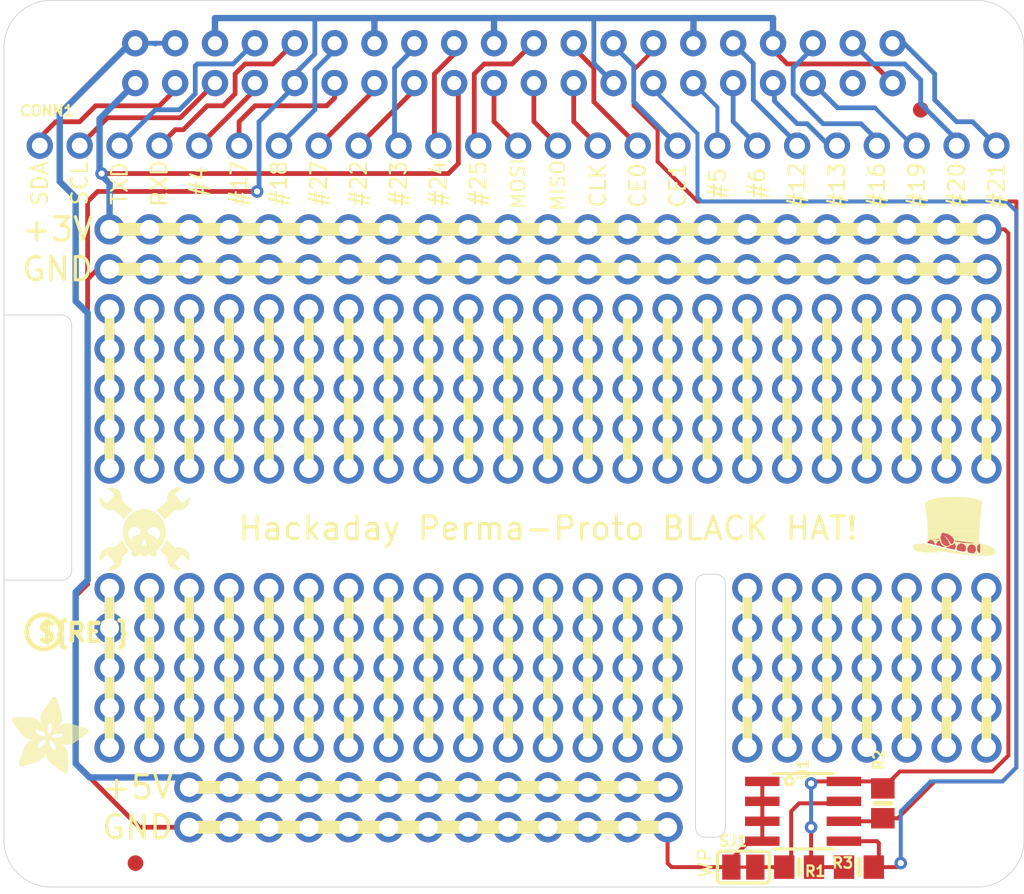
<source format=kicad_pcb>
(kicad_pcb (version 20221018) (generator pcbnew)
  (layers (0 "F.Cu" signal) (31 "B.Cu" signal) (34 "B.Paste" user) (35 "F.Paste" user) (36 "B.SilkS" user "B.Silkscreen") (37 "F.SilkS" user "F.Silkscreen") (38 "B.Mask" user) (39 "F.Mask" user) (44 "Edge.Cuts" user))
  (net 0 "")
  (net 1 "N$1")
  (net 2 "N$2")
  (net 3 "N$3")
  (net 4 "N$4")
  (net 5 "N$5")
  (net 6 "N$6")
  (net 7 "N$7")
  (net 8 "N$8")
  (net 9 "N$9")
  (net 10 "N$10")
  (net 11 "N$11")
  (net 12 "N$12")
  (net 13 "N$13")
  (net 14 "N$14")
  (net 15 "N$15")
  (net 16 "N$17")
  (net 17 "N$18")
  (net 18 "N$19")
  (net 19 "N$20")
  (net 20 "N$21")
  (net 21 "N$22")
  (net 22 "N$23")
  (net 23 "N$39")
  (net 24 "N$41")
  (net 25 "N$42")
  (net 26 "N$43")
  (net 27 "N$44")
  (net 28 "N$45")
  (net 29 "N$46")
  (net 30 "N$47")
  (net 31 "N$48")
  (net 32 "N$49")
  (net 33 "N$50")
  (net 34 "N$51")
  (net 35 "N$52")
  (net 36 "N$53")
  (net 37 "N$54")
  (net 38 "N$55")
  (net 39 "N$56")
  (net 40 "N$57")
  (net 41 "N$58")
  (net 42 "N$59")
  (net 43 "N$60")
  (net 44 "N$61")
  (net 45 "N$62")
  (net 46 "5.0V")
  (net 47 "SDA")
  (net 48 "SCL")
  (net 49 "GPIO4")
  (net 50 "GPIO17")
  (net 51 "GPIO27")
  (net 52 "GPIO22")
  (net 53 "SPI_MOSI")
  (net 54 "SPI_MISO")
  (net 55 "SPI_SCLK")
  (net 56 "GPIO5")
  (net 57 "GPIO6")
  (net 58 "GPIO13")
  (net 59 "GPIO19")
  (net 60 "GPIO26")
  (net 61 "3.3V")
  (net 62 "GND")
  (net 63 "TXD")
  (net 64 "RXD")
  (net 65 "GPIO18")
  (net 66 "GPIO24")
  (net 67 "GPIO25")
  (net 68 "SPI_CE0")
  (net 69 "SPI_CE1")
  (net 70 "EECLK")
  (net 71 "GPIO16")
  (net 72 "GPIO20")
  (net 73 "GPIO21")
  (net 74 "GPIO23")
  (net 75 "EEDATA")
  (net 76 "GPIO12")
  (net 77 "N$16")
  (footprint "working:SOLDERJUMPER_CLOSEDWIRE" (layer "F.Cu") (at 163.1181 131.9836)
    (fp_text reference "SJ1")
    (fp_text value "WP")
  )
  (footprint "working:0805-NO" (layer "F.Cu") (at 172.0081 127.9196 90)
    (fp_text reference "R2")
    (fp_text value "3.9K")
  )
  (footprint "working:0805-NO" (layer "F.Cu") (at 166.6741 131.9836)
    (fp_text reference "R3")
    (fp_text value "3.9K")
  )
  (footprint "working:PI_HAT_NOSLOTS" (layer "F.Cu") (at 116.0011 133.2536)
    (fp_text reference "RPI1" hide)
    (fp_text value "RASPBERRYPI_BPLUS_HATNOSLOTS" hide)
    (fp_line (start 0 -53.5) (end 0 -3) (stroke (width 0.05)) (layer "Edge.Cuts"))
    (fp_line (start 3 0) (end 62 0) (stroke (width 0.05)) (layer "Edge.Cuts"))
    (fp_line (start 62 -56.5) (end 3 -56.5) (stroke (width 0.05)) (layer "Edge.Cuts"))
    (fp_line (start 65 -3) (end 65 -53.5) (stroke (width 0.05)) (layer "Edge.Cuts"))
    (fp_arc (start 0 -53.5) (mid 0.87868 -55.62132) (end 3 -56.5) (stroke (width 0.05)) (layer "Edge.Cuts"))
    (fp_arc (start 3 0) (mid 0.87868 -0.87868) (end 0 -3) (stroke (width 0.05)) (layer "Edge.Cuts"))
    (fp_arc (start 62 -56.5) (mid 64.12132 -55.62132) (end 65 -53.5) (stroke (width 0.05)) (layer "Edge.Cuts"))
    (fp_arc (start 65 -3) (mid 64.12132 -0.87868) (end 62 0) (stroke (width 0.05)) (layer "Edge.Cuts"))
  )
  (footprint "working:0805-NO" (layer "F.Cu") (at 170.4841 131.9836 180)
    (fp_text reference "R1")
    (fp_text value "3.9K")
  )
  (footprint "working:PIHATLOGO" (layer "F.Cu") (at 173.9131 112.1716)
    (fp_text reference "U$2" hide)
    (fp_text value "" hide)
  )
  (footprint "working:ADAFRUIT_5MM" (layer "F.Cu") (at 116.5091 126.0146)
    (fp_text reference "U$1" hide)
    (fp_text value "" hide)
  )
  (footprint "working:FIDUCIAL_1MM" (layer "F.Cu") (at 124.3831 131.7296)
    (fp_text reference "FID2" hide)
    (fp_text value "FIDUCIAL\"\"" hide)
  )
  (footprint "working:FIDUCIAL_1MM" (layer "F.Cu") (at 174.4211 83.7236)
    (fp_text reference "FID3" hide)
    (fp_text value "FIDUCIAL\"\"" hide)
  )
  (footprint "working:1X25_ROUND_70MIL" (layer "F.Cu") (at 148.7671 86.0096)
    (fp_text reference "CONN1")
    (fp_text value "HEADER-1X25")
  )
  (footprint "working:HAD_LOGO_200MIL" (layer "F.Cu") (at 122.0971 113.0606)
    (fp_text reference "U$5" hide)
    (fp_text value "" hide)
  )
  (footprint "working:SOIC8_150MIL" (layer "F.Cu") (at 166.9281 128.4276 -90)
    (fp_text reference "U1")
    (fp_text value "CAT24C32")
  )
  (footprint "working:PCBFEAT-REV-056" (layer "F.Cu") (at 118.5411 116.9976)
    (fp_text reference "U$3" hide)
    (fp_text value "" hide)
  )
  (gr_line (start 165.9121 114.2036) (end 165.9121 124.6176) (stroke (width 0.6096)) (layer "F.SilkS"))
  (gr_line (start 137.9721 96.4236) (end 137.9721 106.8376) (stroke (width 0.6096)) (layer "F.SilkS"))
  (gr_line (start 140.5121 114.2036) (end 140.5121 124.6176) (stroke (width 0.6096)) (layer "F.SilkS"))
  (gr_line (start 135.4321 96.4236) (end 135.4321 106.8376) (stroke (width 0.6096)) (layer "F.SilkS"))
  (gr_line (start 132.8921 114.2036) (end 132.8921 124.6176) (stroke (width 0.6096)) (layer "F.SilkS"))
  (gr_line (start 176.0721 96.4236) (end 176.0721 106.8376) (stroke (width 0.6096)) (layer "F.SilkS"))
  (gr_line (start 122.7321 91.3436) (end 178.6121 91.3436) (stroke (width 0.8128)) (layer "F.SilkS"))
  (gr_line (start 150.6721 114.2036) (end 150.6721 124.6176) (stroke (width 0.6096)) (layer "F.SilkS"))
  (gr_line (start 158.2921 96.4236) (end 158.2921 106.8376) (stroke (width 0.6096)) (layer "F.SilkS"))
  (gr_line (start 170.9921 114.2036) (end 170.9921 124.6176) (stroke (width 0.6096)) (layer "F.SilkS"))
  (gr_line (start 153.2121 96.4236) (end 153.2121 106.8376) (stroke (width 0.6096)) (layer "F.SilkS"))
  (gr_line (start 125.2721 96.4236) (end 125.2721 106.8376) (stroke (width 0.6096)) (layer "F.SilkS"))
  (gr_line (start 163.3721 96.4236) (end 163.3721 106.8376) (stroke (width 0.6096)) (layer "F.SilkS"))
  (gr_line (start 130.3521 114.2036) (end 130.3521 124.6176) (stroke (width 0.6096)) (layer "F.SilkS"))
  (gr_line (start 163.3721 114.2036) (end 163.3721 124.6176) (stroke (width 0.6096)) (layer "F.SilkS"))
  (gr_line (start 143.0521 114.2036) (end 143.0521 124.6176) (stroke (width 0.6096)) (layer "F.SilkS"))
  (gr_line (start 127.8121 114.2036) (end 127.8121 124.6176) (stroke (width 0.6096)) (layer "F.SilkS"))
  (gr_line (start 150.6721 96.4236) (end 150.6721 106.8376) (stroke (width 0.6096)) (layer "F.SilkS"))
  (gr_line (start 168.4521 114.2036) (end 168.4521 124.6176) (stroke (width 0.6096)) (layer "F.SilkS"))
  (gr_line (start 173.5321 114.2036) (end 173.5321 124.6176) (stroke (width 0.6096)) (layer "F.SilkS"))
  (gr_line (start 168.4521 96.4236) (end 168.4521 106.8376) (stroke (width 0.6096)) (layer "F.SilkS"))
  (gr_line (start 148.1321 96.4236) (end 148.1321 106.8376) (stroke (width 0.6096)) (layer "F.SilkS"))
  (gr_line (start 137.9721 114.2036) (end 137.9721 124.6176) (stroke (width 0.6096)) (layer "F.SilkS"))
  (gr_line (start 122.7321 93.8836) (end 178.8661 93.8836) (stroke (width 0.8128)) (layer "F.SilkS"))
  (gr_line (start 173.5321 96.4236) (end 173.5321 106.8376) (stroke (width 0.6096)) (layer "F.SilkS"))
  (gr_line (start 178.6121 96.4236) (end 178.6121 106.8376) (stroke (width 0.6096)) (layer "F.SilkS"))
  (gr_line (start 127.8121 126.9036) (end 158.5461 126.9036) (stroke (width 0.8128)) (layer "F.SilkS"))
  (gr_line (start 170.9921 96.4236) (end 170.9921 106.8376) (stroke (width 0.6096)) (layer "F.SilkS"))
  (gr_line (start 158.2921 114.2036) (end 158.2921 124.6176) (stroke (width 0.6096)) (layer "F.SilkS"))
  (gr_line (start 122.7321 96.4236) (end 122.7321 106.8376) (stroke (width 0.6096)) (layer "F.SilkS"))
  (gr_line (start 160.8321 96.4236) (end 160.8321 106.8376) (stroke (width 0.6096)) (layer "F.SilkS"))
  (gr_line (start 155.7521 114.2036) (end 155.7521 124.6176) (stroke (width 0.6096)) (layer "F.SilkS"))
  (gr_line (start 125.2721 114.2036) (end 125.2721 124.6176) (stroke (width 0.6096)) (layer "F.SilkS"))
  (gr_line (start 145.5921 96.4236) (end 145.5921 106.8376) (stroke (width 0.6096)) (layer "F.SilkS"))
  (gr_line (start 140.5121 96.4236) (end 140.5121 106.8376) (stroke (width 0.6096)) (layer "F.SilkS"))
  (gr_line (start 135.4321 114.2036) (end 135.4321 124.6176) (stroke (width 0.6096)) (layer "F.SilkS"))
  (gr_line (start 130.3521 96.4236) (end 130.3521 106.8376) (stroke (width 0.6096)) (layer "F.SilkS"))
  (gr_line (start 165.9121 96.4236) (end 165.9121 106.8376) (stroke (width 0.6096)) (layer "F.SilkS"))
  (gr_line (start 122.7321 114.2036) (end 122.7321 124.6176) (stroke (width 0.6096)) (layer "F.SilkS"))
  (gr_line (start 127.8121 129.4436) (end 158.2921 129.4436) (stroke (width 0.8128)) (layer "F.SilkS"))
  (gr_line (start 145.5921 114.2036) (end 145.5921 124.6176) (stroke (width 0.6096)) (layer "F.SilkS"))
  (gr_line (start 127.8121 96.4236) (end 127.8121 106.8376) (stroke (width 0.6096)) (layer "F.SilkS"))
  (gr_line (start 132.8921 96.4236) (end 132.8921 106.8376) (stroke (width 0.6096)) (layer "F.SilkS"))
  (gr_line (start 155.7521 96.4236) (end 155.7521 106.8376) (stroke (width 0.6096)) (layer "F.SilkS"))
  (gr_line (start 148.1321 114.2036) (end 148.1321 124.6176) (stroke (width 0.6096)) (layer "F.SilkS"))
  (gr_line (start 143.0521 96.4236) (end 143.0521 106.8376) (stroke (width 0.6096)) (layer "F.SilkS"))
  (gr_line (start 176.0721 114.2036) (end 176.0721 124.6176) (stroke (width 0.6096)) (layer "F.SilkS"))
  (gr_line (start 178.6121 114.2036) (end 178.6121 124.6176) (stroke (width 0.6096)) (layer "F.SilkS"))
  (gr_line (start 153.2121 114.2036) (end 153.2121 124.6176) (stroke (width 0.6096)) (layer "F.SilkS"))
  (gr_arc (start 160.0701 113.9496) (mid 160.256087 113.500587) (end 160.7051 113.3146) (stroke (width 0.05)) (layer "Edge.Cuts"))
  (gr_line (start 160.0701 113.9496) (end 160.0701 129.4436) (stroke (width 0.05)) (layer "Edge.Cuts"))
  (gr_arc (start 161.3401 113.3146) (mid 161.789113 113.500587) (end 161.9751 113.9496) (stroke (width 0.05)) (layer "Edge.Cuts"))
  (gr_line (start 116.0011 113.6956) (end 116.0011 113.5686) (stroke (width 0.05)) (layer "Edge.Cuts"))
  (gr_arc (start 119.6841 96.8046) (mid 120.133113 96.990587) (end 120.3191 97.4396) (stroke (width 0.05)) (layer "Edge.Cuts"))
  (gr_line (start 161.3401 113.3146) (end 160.7051 113.3146) (stroke (width 0.05)) (layer "Edge.Cuts"))
  (gr_arc (start 120.3191 113.0606) (mid 120.133113 113.509613) (end 119.6841 113.6956) (stroke (width 0.05)) (layer "Edge.Cuts"))
  (gr_arc (start 160.7051 130.0786) (mid 160.256087 129.892613) (end 160.0701 129.4436) (stroke (width 0.05)) (layer "Edge.Cuts"))
  (gr_arc (start 161.9751 129.4436) (mid 161.789113 129.892613) (end 161.3401 130.0786) (stroke (width 0.05)) (layer "Edge.Cuts"))
  (gr_line (start 116.0011 96.8046) (end 119.6841 96.8046) (stroke (width 0.05)) (layer "Edge.Cuts"))
  (gr_line (start 120.3191 97.4396) (end 120.3191 113.0606) (stroke (width 0.05)) (layer "Edge.Cuts"))
  (gr_line (start 160.7051 130.0786) (end 161.3401 130.0786) (stroke (width 0.05)) (layer "Edge.Cuts"))
  (gr_line (start 119.6841 113.6956) (end 116.0011 113.6956) (stroke (width 0.05)) (layer "Edge.Cuts"))
  (gr_line (start 161.9751 129.4436) (end 161.9751 113.9496) (stroke (width 0.05)) (layer "Edge.Cuts"))
  (gr_text "#6" (at 164.0071 88.4226 90) (layer "F.SilkS") (effects (font (size 1.00584 1.00584) (thickness 0.13716))))
  (gr_text "#16" (at 171.6271 88.5496 90) (layer "F.SilkS") (effects (font (size 1.00584 1.00584) (thickness 0.13716))))
  (gr_text "GND" (at 124.5101 129.4436) (layer "F.SilkS") (effects (font (size 1.475232 1.475232) (thickness 0.201168))))
  (gr_text "#18" (at 133.5271 88.4226 90) (layer "F.SilkS") (effects (font (size 1.00584 1.00584) (thickness 0.13716))))
  (gr_text "#4" (at 128.4471 88.2956 90) (layer "F.SilkS") (effects (font (size 1.00584 1.00584) (thickness 0.13716))))
  (gr_text "#24" (at 143.6871 88.4226 90) (layer "F.SilkS") (effects (font (size 1.00584 1.00584) (thickness 0.13716))))
  (gr_text "Hackaday Perma-Proto BLACK HAT!" (at 150.6721 110.3936) (layer "F.SilkS") (effects (font (size 1.45288 1.45288) (thickness 0.19812))))
  (gr_text "+3V" (at 119.4301 91.3436) (layer "F.SilkS") (effects (font (size 1.475232 1.475232) (thickness 0.201168))))
  (gr_text "CLK" (at 153.8471 88.5496 90) (layer "F.SilkS") (effects (font (size 1.00584 1.00584) (thickness 0.13716))))
  (gr_text "#12" (at 166.5471 88.5496 90) (layer "F.SilkS") (effects (font (size 1.00584 1.00584) (thickness 0.13716))))
  (gr_text "WP" (at 161.2131 132.7456 90) (layer "F.SilkS") (effects (font (size 0.89408 0.89408) (thickness 0.12192)) (justify left bottom)))
  (gr_text "#20" (at 176.7071 88.5496 90) (layer "F.SilkS") (effects (font (size 1.00584 1.00584) (thickness 0.13716))))
  (gr_text "#22" (at 138.6071 88.4226 90) (layer "F.SilkS") (effects (font (size 1.00584 1.00584) (thickness 0.13716))))
  (gr_text "#13" (at 169.0871 88.5496 90) (layer "F.SilkS") (effects (font (size 1.00584 1.00584) (thickness 0.13716))))
  (gr_text "#19" (at 174.1671 88.5496 90) (layer "F.SilkS") (effects (font (size 1.00584 1.00584) (thickness 0.13716))))
  (gr_text "CE0" (at 156.3871 88.5496 90) (layer "F.SilkS") (effects (font (size 1.00584 1.00584) (thickness 0.13716))))
  (gr_text "RXD" (at 125.9071 88.4226 90) (layer "F.SilkS") (effects (font (size 1.00584 1.00584) (thickness 0.13716))))
  (gr_text "CE1" (at 158.9271 88.5496 90) (layer "F.SilkS") (effects (font (size 1.00584 1.00584) (thickness 0.13716))))
  (gr_text "+5V" (at 124.5101 126.9036) (layer "F.SilkS") (effects (font (size 1.475232 1.475232) (thickness 0.201168))))
  (gr_text "MISO" (at 151.3071 88.5496 90) (layer "F.SilkS") (effects (font (size 0.89408 0.89408) (thickness 0.12192))))
  (gr_text "GND" (at 119.4301 93.8836) (layer "F.SilkS") (effects (font (size 1.475232 1.475232) (thickness 0.201168))))
  (gr_text "TXD" (at 123.3671 88.4226 90) (layer "F.SilkS") (effects (font (size 1.00584 1.00584) (thickness 0.13716))))
  (gr_text "#17" (at 130.9871 88.4226 90) (layer "F.SilkS") (effects (font (size 1.00584 1.00584) (thickness 0.13716))))
  (gr_text "SCL" (at 120.8271 88.4226 90) (layer "F.SilkS") (effects (font (size 1.00584 1.00584) (thickness 0.13716))))
  (gr_text "#27" (at 136.0671 88.4226 90) (layer "F.SilkS") (effects (font (size 1.00584 1.00584) (thickness 0.13716))))
  (gr_text "#21" (at 179.2471 88.5496 90) (layer "F.SilkS") (effects (font (size 1.00584 1.00584) (thickness 0.13716))))
  (gr_text "#23" (at 141.1471 88.4226 90) (layer "F.SilkS") (effects (font (size 1.00584 1.00584) (thickness 0.13716))))
  (gr_text "#5" (at 161.4671 88.4226 90) (layer "F.SilkS") (effects (font (size 1.00584 1.00584) (thickness 0.13716))))
  (gr_text "MOSI" (at 148.7671 88.4226 90) (layer "F.SilkS") (effects (font (size 0.89408 0.89408) (thickness 0.12192))))
  (gr_text "#25" (at 146.2271 88.4226 90) (layer "F.SilkS") (effects (font (size 1.00584 1.00584) (thickness 0.13716))))
  (gr_text "SDA" (at 118.2871 88.4226 90) (layer "F.SilkS") (effects (font (size 1.00584 1.00584) (thickness 0.13716))))
  (via (at 122.7321 114.2036) (size 1.9304) (drill 1.2) (layers "F.Cu" "B.Cu") (net 1))
  (via (at 122.7321 119.2836) (size 1.9304) (drill 1.2) (layers "F.Cu" "B.Cu") (net 1))
  (via (at 122.7321 124.3636) (size 1.9304) (drill 1.2) (layers "F.Cu" "B.Cu") (net 1))
  (via (at 122.7321 116.7436) (size 1.9304) (drill 1.2) (layers "F.Cu" "B.Cu") (net 1))
  (via (at 122.7321 121.8236) (size 1.9304) (drill 1.2) (layers "F.Cu" "B.Cu") (net 1))
  (segment (start 122.7321 119.2836) (end 122.7321 116.7436) (width 0.6096) (layer "B.Cu") (net 1))
  (segment (start 122.7321 121.8236) (end 122.7321 119.2836) (width 0.6096) (layer "B.Cu") (net 1))
  (segment (start 122.7321 116.7436) (end 122.7321 114.2036) (width 0.6096) (layer "B.Cu") (net 1))
  (segment (start 122.7321 124.3636) (end 122.7321 121.8236) (width 0.6096) (layer "B.Cu") (net 1))
  (via (at 125.2721 121.8236) (size 1.9304) (drill 1.2) (layers "F.Cu" "B.Cu") (net 2))
  (via (at 125.2721 116.7436) (size 1.9304) (drill 1.2) (layers "F.Cu" "B.Cu") (net 2))
  (via (at 125.2721 114.2036) (size 1.9304) (drill 1.2) (layers "F.Cu" "B.Cu") (net 2))
  (via (at 125.2721 124.3636) (size 1.9304) (drill 1.2) (layers "F.Cu" "B.Cu") (net 2))
  (via (at 125.2721 119.2836) (size 1.9304) (drill 1.2) (layers "F.Cu" "B.Cu") (net 2))
  (segment (start 125.2721 121.8236) (end 125.2721 119.2836) (width 0.6096) (layer "B.Cu") (net 2))
  (segment (start 125.2721 116.7436) (end 125.2721 114.2036) (width 0.6096) (layer "B.Cu") (net 2))
  (segment (start 125.2721 119.2836) (end 125.2721 116.7436) (width 0.6096) (layer "B.Cu") (net 2))
  (segment (start 125.2721 124.3636) (end 125.2721 121.8236) (width 0.6096) (layer "B.Cu") (net 2))
  (via (at 127.8121 116.7436) (size 1.9304) (drill 1.2) (layers "F.Cu" "B.Cu") (net 3))
  (via (at 127.8121 121.8236) (size 1.9304) (drill 1.2) (layers "F.Cu" "B.Cu") (net 3))
  (via (at 127.8121 119.2836) (size 1.9304) (drill 1.2) (layers "F.Cu" "B.Cu") (net 3))
  (via (at 127.8121 114.2036) (size 1.9304) (drill 1.2) (layers "F.Cu" "B.Cu") (net 3))
  (via (at 127.8121 124.3636) (size 1.9304) (drill 1.2) (layers "F.Cu" "B.Cu") (net 3))
  (segment (start 127.8121 124.3636) (end 127.8121 121.8236) (width 0.6096) (layer "B.Cu") (net 3))
  (segment (start 127.8121 119.2836) (end 127.8121 116.7436) (width 0.6096) (layer "B.Cu") (net 3))
  (segment (start 127.8121 121.8236) (end 127.8121 119.2836) (width 0.6096) (layer "B.Cu") (net 3))
  (segment (start 127.8121 116.7436) (end 127.8121 114.2036) (width 0.6096) (layer "B.Cu") (net 3))
  (via (at 130.3521 119.2836) (size 1.9304) (drill 1.2) (layers "F.Cu" "B.Cu") (net 4))
  (via (at 130.3521 114.2036) (size 1.9304) (drill 1.2) (layers "F.Cu" "B.Cu") (net 4))
  (via (at 130.3521 124.3636) (size 1.9304) (drill 1.2) (layers "F.Cu" "B.Cu") (net 4))
  (via (at 130.3521 121.8236) (size 1.9304) (drill 1.2) (layers "F.Cu" "B.Cu") (net 4))
  (via (at 130.3521 116.7436) (size 1.9304) (drill 1.2) (layers "F.Cu" "B.Cu") (net 4))
  (segment (start 130.3521 124.3636) (end 130.3521 121.8236) (width 0.6096) (layer "B.Cu") (net 4))
  (segment (start 130.3521 119.2836) (end 130.3521 116.7436) (width 0.6096) (layer "B.Cu") (net 4))
  (segment (start 130.3521 121.8236) (end 130.3521 119.2836) (width 0.6096) (layer "B.Cu") (net 4))
  (segment (start 130.3521 116.7436) (end 130.3521 114.2036) (width 0.6096) (layer "B.Cu") (net 4))
  (via (at 132.8921 124.3636) (size 1.9304) (drill 1.2) (layers "F.Cu" "B.Cu") (net 5))
  (via (at 132.8921 119.2836) (size 1.9304) (drill 1.2) (layers "F.Cu" "B.Cu") (net 5))
  (via (at 132.8921 116.7436) (size 1.9304) (drill 1.2) (layers "F.Cu" "B.Cu") (net 5))
  (via (at 132.8921 114.2036) (size 1.9304) (drill 1.2) (layers "F.Cu" "B.Cu") (net 5))
  (via (at 132.8921 121.8236) (size 1.9304) (drill 1.2) (layers "F.Cu" "B.Cu") (net 5))
  (segment (start 132.8921 116.7436) (end 132.8921 114.2036) (width 0.6096) (layer "B.Cu") (net 5))
  (segment (start 132.8921 124.3636) (end 132.8921 121.8236) (width 0.6096) (layer "B.Cu") (net 5))
  (segment (start 132.8921 121.8236) (end 132.8921 119.2836) (width 0.6096) (layer "B.Cu") (net 5))
  (segment (start 132.8921 119.2836) (end 132.8921 116.7436) (width 0.6096) (layer "B.Cu") (net 5))
  (via (at 135.4321 116.7436) (size 1.9304) (drill 1.2) (layers "F.Cu" "B.Cu") (net 6))
  (via (at 135.4321 114.2036) (size 1.9304) (drill 1.2) (layers "F.Cu" "B.Cu") (net 6))
  (via (at 135.4321 119.2836) (size 1.9304) (drill 1.2) (layers "F.Cu" "B.Cu") (net 6))
  (via (at 135.4321 124.3636) (size 1.9304) (drill 1.2) (layers "F.Cu" "B.Cu") (net 6))
  (via (at 135.4321 121.8236) (size 1.9304) (drill 1.2) (layers "F.Cu" "B.Cu") (net 6))
  (segment (start 135.4321 116.7436) (end 135.4321 114.2036) (width 0.6096) (layer "B.Cu") (net 6))
  (segment (start 135.4321 119.2836) (end 135.4321 116.7436) (width 0.6096) (layer "B.Cu") (net 6))
  (segment (start 135.4321 124.3636) (end 135.4321 121.8236) (width 0.6096) (layer "B.Cu") (net 6))
  (segment (start 135.4321 121.8236) (end 135.4321 119.2836) (width 0.6096) (layer "B.Cu") (net 6))
  (via (at 140.5121 119.2836) (size 1.9304) (drill 1.2) (layers "F.Cu" "B.Cu") (net 7))
  (via (at 140.5121 116.7436) (size 1.9304) (drill 1.2) (layers "F.Cu" "B.Cu") (net 7))
  (via (at 140.5121 124.3636) (size 1.9304) (drill 1.2) (layers "F.Cu" "B.Cu") (net 7))
  (via (at 140.5121 114.2036) (size 1.9304) (drill 1.2) (layers "F.Cu" "B.Cu") (net 7))
  (via (at 140.5121 121.8236) (size 1.9304) (drill 1.2) (layers "F.Cu" "B.Cu") (net 7))
  (segment (start 140.5121 121.8236) (end 140.5121 119.2836) (width 0.6096) (layer "B.Cu") (net 7))
  (segment (start 140.5121 116.7436) (end 140.5121 114.2036) (width 0.6096) (layer "B.Cu") (net 7))
  (segment (start 140.5121 124.3636) (end 140.5121 121.8236) (width 0.6096) (layer "B.Cu") (net 7))
  (segment (start 140.5121 119.2836) (end 140.5121 116.7436) (width 0.6096) (layer "B.Cu") (net 7))
  (via (at 137.9721 119.2836) (size 1.9304) (drill 1.2) (layers "F.Cu" "B.Cu") (net 8))
  (via (at 137.9721 116.7436) (size 1.9304) (drill 1.2) (layers "F.Cu" "B.Cu") (net 8))
  (via (at 137.9721 124.3636) (size 1.9304) (drill 1.2) (layers "F.Cu" "B.Cu") (net 8))
  (via (at 137.9721 121.8236) (size 1.9304) (drill 1.2) (layers "F.Cu" "B.Cu") (net 8))
  (via (at 137.9721 114.2036) (size 1.9304) (drill 1.2) (layers "F.Cu" "B.Cu") (net 8))
  (segment (start 137.9721 116.7436) (end 137.9721 114.2036) (width 0.6096) (layer "B.Cu") (net 8))
  (segment (start 137.9721 119.2836) (end 137.9721 116.7436) (width 0.6096) (layer "B.Cu") (net 8))
  (segment (start 137.9721 121.8236) (end 137.9721 119.2836) (width 0.6096) (layer "B.Cu") (net 8))
  (segment (start 137.9721 124.3636) (end 137.9721 121.8236) (width 0.6096) (layer "B.Cu") (net 8))
  (via (at 143.0521 119.2836) (size 1.9304) (drill 1.2) (layers "F.Cu" "B.Cu") (net 9))
  (via (at 143.0521 121.8236) (size 1.9304) (drill 1.2) (layers "F.Cu" "B.Cu") (net 9))
  (via (at 143.0521 114.2036) (size 1.9304) (drill 1.2) (layers "F.Cu" "B.Cu") (net 9))
  (via (at 143.0521 116.7436) (size 1.9304) (drill 1.2) (layers "F.Cu" "B.Cu") (net 9))
  (via (at 143.0521 124.3636) (size 1.9304) (drill 1.2) (layers "F.Cu" "B.Cu") (net 9))
  (segment (start 143.0521 119.2836) (end 143.0521 116.7436) (width 0.6096) (layer "B.Cu") (net 9))
  (segment (start 143.0521 121.8236) (end 143.0521 119.2836) (width 0.6096) (layer "B.Cu") (net 9))
  (segment (start 143.0521 116.7436) (end 143.0521 114.2036) (width 0.6096) (layer "B.Cu") (net 9))
  (segment (start 143.0521 124.3636) (end 143.0521 121.8236) (width 0.6096) (layer "B.Cu") (net 9))
  (via (at 145.5921 114.2036) (size 1.9304) (drill 1.2) (layers "F.Cu" "B.Cu") (net 10))
  (via (at 145.5921 119.2836) (size 1.9304) (drill 1.2) (layers "F.Cu" "B.Cu") (net 10))
  (via (at 145.5921 121.8236) (size 1.9304) (drill 1.2) (layers "F.Cu" "B.Cu") (net 10))
  (via (at 145.5921 124.3636) (size 1.9304) (drill 1.2) (layers "F.Cu" "B.Cu") (net 10))
  (via (at 145.5921 116.7436) (size 1.9304) (drill 1.2) (layers "F.Cu" "B.Cu") (net 10))
  (segment (start 145.5921 116.7436) (end 145.5921 114.2036) (width 0.6096) (layer "B.Cu") (net 10))
  (segment (start 145.5921 121.8236) (end 145.5921 119.2836) (width 0.6096) (layer "B.Cu") (net 10))
  (segment (start 145.5921 119.2836) (end 145.5921 116.7436) (width 0.6096) (layer "B.Cu") (net 10))
  (segment (start 145.5921 124.3636) (end 145.5921 121.8236) (width 0.6096) (layer "B.Cu") (net 10))
  (via (at 148.1321 119.2836) (size 1.9304) (drill 1.2) (layers "F.Cu" "B.Cu") (net 11))
  (via (at 148.1321 124.3636) (size 1.9304) (drill 1.2) (layers "F.Cu" "B.Cu") (net 11))
  (via (at 148.1321 114.2036) (size 1.9304) (drill 1.2) (layers "F.Cu" "B.Cu") (net 11))
  (via (at 148.1321 121.8236) (size 1.9304) (drill 1.2) (layers "F.Cu" "B.Cu") (net 11))
  (via (at 148.1321 116.7436) (size 1.9304) (drill 1.2) (layers "F.Cu" "B.Cu") (net 11))
  (segment (start 148.1321 121.8236) (end 148.1321 119.2836) (width 0.6096) (layer "B.Cu") (net 11))
  (segment (start 148.1321 119.2836) (end 148.1321 116.7436) (width 0.6096) (layer "B.Cu") (net 11))
  (segment (start 148.1321 124.3636) (end 148.1321 121.8236) (width 0.6096) (layer "B.Cu") (net 11))
  (segment (start 148.1321 116.7436) (end 148.1321 114.2036) (width 0.6096) (layer "B.Cu") (net 11))
  (via (at 150.6721 124.3636) (size 1.9304) (drill 1.2) (layers "F.Cu" "B.Cu") (net 12))
  (via (at 150.6721 121.8236) (size 1.9304) (drill 1.2) (layers "F.Cu" "B.Cu") (net 12))
  (via (at 150.6721 119.2836) (size 1.9304) (drill 1.2) (layers "F.Cu" "B.Cu") (net 12))
  (via (at 150.6721 114.2036) (size 1.9304) (drill 1.2) (layers "F.Cu" "B.Cu") (net 12))
  (via (at 150.6721 116.7436) (size 1.9304) (drill 1.2) (layers "F.Cu" "B.Cu") (net 12))
  (segment (start 150.6721 116.7436) (end 150.6721 114.2036) (width 0.6096) (layer "B.Cu") (net 12))
  (segment (start 150.6721 124.3636) (end 150.6721 121.8236) (width 0.6096) (layer "B.Cu") (net 12))
  (segment (start 150.6721 119.2836) (end 150.6721 116.7436) (width 0.6096) (layer "B.Cu") (net 12))
  (segment (start 150.6721 121.8236) (end 150.6721 119.2836) (width 0.6096) (layer "B.Cu") (net 12))
  (via (at 153.2121 116.7436) (size 1.9304) (drill 1.2) (layers "F.Cu" "B.Cu") (net 13))
  (via (at 153.2121 119.2836) (size 1.9304) (drill 1.2) (layers "F.Cu" "B.Cu") (net 13))
  (via (at 153.2121 121.8236) (size 1.9304) (drill 1.2) (layers "F.Cu" "B.Cu") (net 13))
  (via (at 153.2121 124.3636) (size 1.9304) (drill 1.2) (layers "F.Cu" "B.Cu") (net 13))
  (via (at 153.2121 114.2036) (size 1.9304) (drill 1.2) (layers "F.Cu" "B.Cu") (net 13))
  (segment (start 153.2121 124.3636) (end 153.2121 121.8236) (width 0.6096) (layer "B.Cu") (net 13))
  (segment (start 153.2121 119.2836) (end 153.2121 116.7436) (width 0.6096) (layer "B.Cu") (net 13))
  (segment (start 153.2121 116.7436) (end 153.2121 114.2036) (width 0.6096) (layer "B.Cu") (net 13))
  (segment (start 153.2121 121.8236) (end 153.2121 119.2836) (width 0.6096) (layer "B.Cu") (net 13))
  (via (at 155.7521 121.8236) (size 1.9304) (drill 1.2) (layers "F.Cu" "B.Cu") (net 14))
  (via (at 155.7521 114.2036) (size 1.9304) (drill 1.2) (layers "F.Cu" "B.Cu") (net 14))
  (via (at 155.7521 119.2836) (size 1.9304) (drill 1.2) (layers "F.Cu" "B.Cu") (net 14))
  (via (at 155.7521 116.7436) (size 1.9304) (drill 1.2) (layers "F.Cu" "B.Cu") (net 14))
  (via (at 155.7521 124.3636) (size 1.9304) (drill 1.2) (layers "F.Cu" "B.Cu") (net 14))
  (segment (start 155.7521 116.7436) (end 155.7521 114.2036) (width 0.6096) (layer "B.Cu") (net 14))
  (segment (start 155.7521 124.3636) (end 155.7521 121.8236) (width 0.6096) (layer "B.Cu") (net 14))
  (segment (start 155.7521 119.2836) (end 155.7521 116.7436) (width 0.6096) (layer "B.Cu") (net 14))
  (segment (start 155.7521 121.8236) (end 155.7521 119.2836) (width 0.6096) (layer "B.Cu") (net 14))
  (via (at 158.2921 121.8236) (size 1.9304) (drill 1.2) (layers "F.Cu" "B.Cu") (net 15))
  (via (at 158.2921 119.2836) (size 1.9304) (drill 1.2) (layers "F.Cu" "B.Cu") (net 15))
  (via (at 158.2921 114.2036) (size 1.9304) (drill 1.2) (layers "F.Cu" "B.Cu") (net 15))
  (via (at 158.2921 116.7436) (size 1.9304) (drill 1.2) (layers "F.Cu" "B.Cu") (net 15))
  (via (at 158.2921 124.3636) (size 1.9304) (drill 1.2) (layers "F.Cu" "B.Cu") (net 15))
  (segment (start 158.2921 124.3636) (end 158.2921 121.8236) (width 0.6096) (layer "B.Cu") (net 15))
  (segment (start 158.2921 119.2836) (end 158.2921 116.7436) (width 0.6096) (layer "B.Cu") (net 15))
  (segment (start 158.2921 116.7436) (end 158.2921 114.2036) (width 0.6096) (layer "B.Cu") (net 15))
  (segment (start 158.2921 121.8236) (end 158.2921 119.2836) (width 0.6096) (layer "B.Cu") (net 15))
  (via (at 165.9121 116.7436) (size 1.9304) (drill 1.2) (layers "F.Cu" "B.Cu") (net 16))
  (via (at 165.9121 121.8236) (size 1.9304) (drill 1.2) (layers "F.Cu" "B.Cu") (net 16))
  (via (at 165.9121 124.3636) (size 1.9304) (drill 1.2) (layers "F.Cu" "B.Cu") (net 16))
  (via (at 165.9121 119.2836) (size 1.9304) (drill 1.2) (layers "F.Cu" "B.Cu") (net 16))
  (via (at 165.9121 114.2036) (size 1.9304) (drill 1.2) (layers "F.Cu" "B.Cu") (net 16))
  (segment (start 165.9121 121.8236) (end 165.9121 119.2836) (width 0.6096) (layer "B.Cu") (net 16))
  (segment (start 165.9121 124.3636) (end 165.9121 121.8236) (width 0.6096) (layer "B.Cu") (net 16))
  (segment (start 165.9121 119.2836) (end 165.9121 116.7436) (width 0.6096) (layer "B.Cu") (net 16))
  (segment (start 165.9121 116.7436) (end 165.9121 114.2036) (width 0.6096) (layer "B.Cu") (net 16))
  (via (at 163.3721 124.3636) (size 1.9304) (drill 1.2) (layers "F.Cu" "B.Cu") (net 17))
  (via (at 163.3721 116.7436) (size 1.9304) (drill 1.2) (layers "F.Cu" "B.Cu") (net 17))
  (via (at 163.3721 121.8236) (size 1.9304) (drill 1.2) (layers "F.Cu" "B.Cu") (net 17))
  (via (at 163.3721 119.2836) (size 1.9304) (drill 1.2) (layers "F.Cu" "B.Cu") (net 17))
  (via (at 163.3721 114.2036) (size 1.9304) (drill 1.2) (layers "F.Cu" "B.Cu") (net 17))
  (segment (start 163.3721 116.7436) (end 163.3721 114.2036) (width 0.6096) (layer "B.Cu") (net 17))
  (segment (start 163.3721 121.8236) (end 163.3721 119.2836) (width 0.6096) (layer "B.Cu") (net 17))
  (segment (start 163.3721 119.2836) (end 163.3721 116.7436) (width 0.6096) (layer "B.Cu") (net 17))
  (segment (start 163.3721 124.3636) (end 163.3721 121.8236) (width 0.6096) (layer "B.Cu") (net 17))
  (via (at 168.4521 119.2836) (size 1.9304) (drill 1.2) (layers "F.Cu" "B.Cu") (net 18))
  (via (at 168.4521 121.8236) (size 1.9304) (drill 1.2) (layers "F.Cu" "B.Cu") (net 18))
  (via (at 168.4521 124.3636) (size 1.9304) (drill 1.2) (layers "F.Cu" "B.Cu") (net 18))
  (via (at 168.4521 116.7436) (size 1.9304) (drill 1.2) (layers "F.Cu" "B.Cu") (net 18))
  (via (at 168.4521 114.2036) (size 1.9304) (drill 1.2) (layers "F.Cu" "B.Cu") (net 18))
  (segment (start 168.4521 121.8236) (end 168.4521 119.2836) (width 0.6096) (layer "B.Cu") (net 18))
  (segment (start 168.4521 119.2836) (end 168.4521 116.7436) (width 0.6096) (layer "B.Cu") (net 18))
  (segment (start 168.4521 124.3636) (end 168.4521 121.8236) (width 0.6096) (layer "B.Cu") (net 18))
  (segment (start 168.4521 116.7436) (end 168.4521 114.2036) (width 0.6096) (layer "B.Cu") (net 18))
  (via (at 170.9921 116.7436) (size 1.9304) (drill 1.2) (layers "F.Cu" "B.Cu") (net 19))
  (via (at 170.9921 114.2036) (size 1.9304) (drill 1.2) (layers "F.Cu" "B.Cu") (net 19))
  (via (at 170.9921 121.8236) (size 1.9304) (drill 1.2) (layers "F.Cu" "B.Cu") (net 19))
  (via (at 170.9921 119.2836) (size 1.9304) (drill 1.2) (layers "F.Cu" "B.Cu") (net 19))
  (via (at 170.9921 124.3636) (size 1.9304) (drill 1.2) (layers "F.Cu" "B.Cu") (net 19))
  (segment (start 170.9921 119.2836) (end 170.9921 116.7436) (width 0.6096) (layer "B.Cu") (net 19))
  (segment (start 170.9921 121.8236) (end 170.9921 119.2836) (width 0.6096) (layer "B.Cu") (net 19))
  (segment (start 170.9921 116.7436) (end 170.9921 114.2036) (width 0.6096) (layer "B.Cu") (net 19))
  (segment (start 170.9921 124.3636) (end 170.9921 121.8236) (width 0.6096) (layer "B.Cu") (net 19))
  (via (at 176.0721 119.2836) (size 1.9304) (drill 1.2) (layers "F.Cu" "B.Cu") (net 20))
  (via (at 176.0721 116.7436) (size 1.9304) (drill 1.2) (layers "F.Cu" "B.Cu") (net 20))
  (via (at 176.0721 114.2036) (size 1.9304) (drill 1.2) (layers "F.Cu" "B.Cu") (net 20))
  (via (at 176.0721 121.8236) (size 1.9304) (drill 1.2) (layers "F.Cu" "B.Cu") (net 20))
  (via (at 176.0721 124.3636) (size 1.9304) (drill 1.2) (layers "F.Cu" "B.Cu") (net 20))
  (segment (start 176.0721 121.8236) (end 176.0721 119.2836) (width 0.6096) (layer "B.Cu") (net 20))
  (segment (start 176.0721 124.3636) (end 176.0721 121.8236) (width 0.6096) (layer "B.Cu") (net 20))
  (segment (start 176.0721 119.2836) (end 176.0721 116.7436) (width 0.6096) (layer "B.Cu") (net 20))
  (segment (start 176.0721 116.7436) (end 176.0721 114.2036) (width 0.6096) (layer "B.Cu") (net 20))
  (via (at 173.5321 124.3636) (size 1.9304) (drill 1.2) (layers "F.Cu" "B.Cu") (net 21))
  (via (at 173.5321 116.7436) (size 1.9304) (drill 1.2) (layers "F.Cu" "B.Cu") (net 21))
  (via (at 173.5321 121.8236) (size 1.9304) (drill 1.2) (layers "F.Cu" "B.Cu") (net 21))
  (via (at 173.5321 119.2836) (size 1.9304) (drill 1.2) (layers "F.Cu" "B.Cu") (net 21))
  (via (at 173.5321 114.2036) (size 1.9304) (drill 1.2) (layers "F.Cu" "B.Cu") (net 21))
  (segment (start 173.5321 121.8236) (end 173.5321 119.2836) (width 0.6096) (layer "B.Cu") (net 21))
  (segment (start 173.5321 119.2836) (end 173.5321 116.7436) (width 0.6096) (layer "B.Cu") (net 21))
  (segment (start 173.5321 116.7436) (end 173.5321 114.2036) (width 0.6096) (layer "B.Cu") (net 21))
  (segment (start 173.5321 124.3636) (end 173.5321 121.8236) (width 0.6096) (layer "B.Cu") (net 21))
  (via (at 178.6121 121.8236) (size 1.9304) (drill 1.2) (layers "F.Cu" "B.Cu") (net 22))
  (via (at 178.6121 114.2036) (size 1.9304) (drill 1.2) (layers "F.Cu" "B.Cu") (net 22))
  (via (at 178.6121 116.7436) (size 1.9304) (drill 1.2) (layers "F.Cu" "B.Cu") (net 22))
  (via (at 178.6121 124.3636) (size 1.9304) (drill 1.2) (layers "F.Cu" "B.Cu") (net 22))
  (via (at 178.6121 119.2836) (size 1.9304) (drill 1.2) (layers "F.Cu" "B.Cu") (net 22))
  (segment (start 178.6121 121.8236) (end 178.6121 119.2836) (width 0.6096) (layer "B.Cu") (net 22))
  (segment (start 178.6121 119.2836) (end 178.6121 116.7436) (width 0.6096) (layer "B.Cu") (net 22))
  (segment (start 178.6121 124.3636) (end 178.6121 121.8236) (width 0.6096) (layer "B.Cu") (net 22))
  (segment (start 178.6121 116.7436) (end 178.6121 114.2036) (width 0.6096) (layer "B.Cu") (net 22))
  (via (at 178.6121 106.5836) (size 1.9304) (drill 1.2) (layers "F.Cu" "B.Cu") (net 23))
  (via (at 178.6121 96.4236) (size 1.9304) (drill 1.2) (layers "F.Cu" "B.Cu") (net 23))
  (via (at 178.6121 98.9636) (size 1.9304) (drill 1.2) (layers "F.Cu" "B.Cu") (net 23))
  (via (at 178.6121 104.0436) (size 1.9304) (drill 1.2) (layers "F.Cu" "B.Cu") (net 23))
  (via (at 178.6121 101.5036) (size 1.9304) (drill 1.2) (layers "F.Cu" "B.Cu") (net 23))
  (segment (start 178.6121 96.4236) (end 178.6121 98.9636) (width 0.6096) (layer "B.Cu") (net 23))
  (segment (start 178.6121 98.9636) (end 178.6121 101.5036) (width 0.6096) (layer "B.Cu") (net 23))
  (segment (start 178.6121 101.5036) (end 178.6121 104.0436) (width 0.6096) (layer "B.Cu") (net 23))
  (segment (start 178.6121 104.0436) (end 178.6121 106.5836) (width 0.6096) (layer "B.Cu") (net 23))
  (via (at 176.0721 104.0436) (size 1.9304) (drill 1.2) (layers "F.Cu" "B.Cu") (net 24))
  (via (at 176.0721 106.5836) (size 1.9304) (drill 1.2) (layers "F.Cu" "B.Cu") (net 24))
  (via (at 176.0721 98.9636) (size 1.9304) (drill 1.2) (layers "F.Cu" "B.Cu") (net 24))
  (via (at 176.0721 96.4236) (size 1.9304) (drill 1.2) (layers "F.Cu" "B.Cu") (net 24))
  (via (at 176.0721 101.5036) (size 1.9304) (drill 1.2) (layers "F.Cu" "B.Cu") (net 24))
  (segment (start 176.0721 96.4236) (end 176.0721 98.9636) (width 0.6096) (layer "B.Cu") (net 24))
  (segment (start 176.0721 98.9636) (end 176.0721 101.5036) (width 0.6096) (layer "B.Cu") (net 24))
  (segment (start 176.0721 101.5036) (end 176.0721 104.0436) (width 0.6096) (layer "B.Cu") (net 24))
  (segment (start 176.0721 104.0436) (end 176.0721 106.5836) (width 0.6096) (layer "B.Cu") (net 24))
  (via (at 173.5321 98.9636) (size 1.9304) (drill 1.2) (layers "F.Cu" "B.Cu") (net 25))
  (via (at 173.5321 104.0436) (size 1.9304) (drill 1.2) (layers "F.Cu" "B.Cu") (net 25))
  (via (at 173.5321 96.4236) (size 1.9304) (drill 1.2) (layers "F.Cu" "B.Cu") (net 25))
  (via (at 173.5321 101.5036) (size 1.9304) (drill 1.2) (layers "F.Cu" "B.Cu") (net 25))
  (via (at 173.5321 106.5836) (size 1.9304) (drill 1.2) (layers "F.Cu" "B.Cu") (net 25))
  (segment (start 173.5321 104.0436) (end 173.5321 106.5836) (width 0.6096) (layer "B.Cu") (net 25))
  (segment (start 173.5321 98.9636) (end 173.5321 101.5036) (width 0.6096) (layer "B.Cu") (net 25))
  (segment (start 173.5321 96.4236) (end 173.5321 98.9636) (width 0.6096) (layer "B.Cu") (net 25))
  (segment (start 173.5321 101.5036) (end 173.5321 104.0436) (width 0.6096) (layer "B.Cu") (net 25))
  (via (at 170.9921 101.5036) (size 1.9304) (drill 1.2) (layers "F.Cu" "B.Cu") (net 26))
  (via (at 170.9921 104.0436) (size 1.9304) (drill 1.2) (layers "F.Cu" "B.Cu") (net 26))
  (via (at 170.9921 106.5836) (size 1.9304) (drill 1.2) (layers "F.Cu" "B.Cu") (net 26))
  (via (at 170.9921 96.4236) (size 1.9304) (drill 1.2) (layers "F.Cu" "B.Cu") (net 26))
  (via (at 170.9921 98.9636) (size 1.9304) (drill 1.2) (layers "F.Cu" "B.Cu") (net 26))
  (segment (start 170.9921 101.5036) (end 170.9921 104.0436) (width 0.6096) (layer "B.Cu") (net 26))
  (segment (start 170.9921 96.4236) (end 170.9921 98.9636) (width 0.6096) (layer "B.Cu") (net 26))
  (segment (start 170.9921 104.0436) (end 170.9921 106.5836) (width 0.6096) (layer "B.Cu") (net 26))
  (segment (start 170.9921 98.9636) (end 170.9921 101.5036) (width 0.6096) (layer "B.Cu") (net 26))
  (via (at 168.4521 98.9636) (size 1.9304) (drill 1.2) (layers "F.Cu" "B.Cu") (net 27))
  (via (at 168.4521 96.4236) (size 1.9304) (drill 1.2) (layers "F.Cu" "B.Cu") (net 27))
  (via (at 168.4521 104.0436) (size 1.9304) (drill 1.2) (layers "F.Cu" "B.Cu") (net 27))
  (via (at 168.4521 101.5036) (size 1.9304) (drill 1.2) (layers "F.Cu" "B.Cu") (net 27))
  (via (at 168.4521 106.5836) (size 1.9304) (drill 1.2) (layers "F.Cu" "B.Cu") (net 27))
  (segment (start 168.4521 96.4236) (end 168.4521 98.9636) (width 0.6096) (layer "B.Cu") (net 27))
  (segment (start 168.4521 104.0436) (end 168.4521 106.5836) (width 0.6096) (layer "B.Cu") (net 27))
  (segment (start 168.4521 101.5036) (end 168.4521 104.0436) (width 0.6096) (layer "B.Cu") (net 27))
  (segment (start 168.4521 98.9636) (end 168.4521 101.5036) (width 0.6096) (layer "B.Cu") (net 27))
  (via (at 165.9121 98.9636) (size 1.9304) (drill 1.2) (layers "F.Cu" "B.Cu") (net 28))
  (via (at 165.9121 96.4236) (size 1.9304) (drill 1.2) (layers "F.Cu" "B.Cu") (net 28))
  (via (at 165.9121 106.5836) (size 1.9304) (drill 1.2) (layers "F.Cu" "B.Cu") (net 28))
  (via (at 165.9121 101.5036) (size 1.9304) (drill 1.2) (layers "F.Cu" "B.Cu") (net 28))
  (via (at 165.9121 104.0436) (size 1.9304) (drill 1.2) (layers "F.Cu" "B.Cu") (net 28))
  (segment (start 165.9121 104.0436) (end 165.9121 106.5836) (width 0.6096) (layer "B.Cu") (net 28))
  (segment (start 165.9121 98.9636) (end 165.9121 101.5036) (width 0.6096) (layer "B.Cu") (net 28))
  (segment (start 165.9121 101.5036) (end 165.9121 104.0436) (width 0.6096) (layer "B.Cu") (net 28))
  (segment (start 165.9121 96.4236) (end 165.9121 98.9636) (width 0.6096) (layer "B.Cu") (net 28))
  (via (at 163.3721 101.5036) (size 1.9304) (drill 1.2) (layers "F.Cu" "B.Cu") (net 29))
  (via (at 163.3721 98.9636) (size 1.9304) (drill 1.2) (layers "F.Cu" "B.Cu") (net 29))
  (via (at 163.3721 96.4236) (size 1.9304) (drill 1.2) (layers "F.Cu" "B.Cu") (net 29))
  (via (at 163.3721 104.0436) (size 1.9304) (drill 1.2) (layers "F.Cu" "B.Cu") (net 29))
  (via (at 163.3721 106.5836) (size 1.9304) (drill 1.2) (layers "F.Cu" "B.Cu") (net 29))
  (segment (start 163.3721 96.4236) (end 163.3721 98.9636) (width 0.6096) (layer "B.Cu") (net 29))
  (segment (start 163.3721 101.5036) (end 163.3721 104.0436) (width 0.6096) (layer "B.Cu") (net 29))
  (segment (start 163.3721 104.0436) (end 163.3721 106.5836) (width 0.6096) (layer "B.Cu") (net 29))
  (segment (start 163.3721 98.9636) (end 163.3721 101.5036) (width 0.6096) (layer "B.Cu") (net 29))
  (via (at 160.8321 106.5836) (size 1.9304) (drill 1.2) (layers "F.Cu" "B.Cu") (net 30))
  (via (at 160.8321 98.9636) (size 1.9304) (drill 1.2) (layers "F.Cu" "B.Cu") (net 30))
  (via (at 160.8321 104.0436) (size 1.9304) (drill 1.2) (layers "F.Cu" "B.Cu") (net 30))
  (via (at 160.8321 96.4236) (size 1.9304) (drill 1.2) (layers "F.Cu" "B.Cu") (net 30))
  (via (at 160.8321 101.5036) (size 1.9304) (drill 1.2) (layers "F.Cu" "B.Cu") (net 30))
  (segment (start 160.8321 104.0436) (end 160.8321 106.5836) (width 0.6096) (layer "B.Cu") (net 30))
  (segment (start 160.8321 101.5036) (end 160.8321 104.0436) (width 0.6096) (layer "B.Cu") (net 30))
  (segment (start 160.8321 98.9636) (end 160.8321 101.5036) (width 0.6096) (layer "B.Cu") (net 30))
  (segment (start 160.8321 96.4236) (end 160.8321 98.9636) (width 0.6096) (layer "B.Cu") (net 30))
  (via (at 158.2921 101.5036) (size 1.9304) (drill 1.2) (layers "F.Cu" "B.Cu") (net 31))
  (via (at 158.2921 106.5836) (size 1.9304) (drill 1.2) (layers "F.Cu" "B.Cu") (net 31))
  (via (at 158.2921 98.9636) (size 1.9304) (drill 1.2) (layers "F.Cu" "B.Cu") (net 31))
  (via (at 158.2921 96.4236) (size 1.9304) (drill 1.2) (layers "F.Cu" "B.Cu") (net 31))
  (via (at 158.2921 104.0436) (size 1.9304) (drill 1.2) (layers "F.Cu" "B.Cu") (net 31))
  (segment (start 158.2921 104.0436) (end 158.2921 106.5836) (width 0.6096) (layer "B.Cu") (net 31))
  (segment (start 158.2921 101.5036) (end 158.2921 104.0436) (width 0.6096) (layer "B.Cu") (net 31))
  (segment (start 158.2921 98.9636) (end 158.2921 101.5036) (width 0.6096) (layer "B.Cu") (net 31))
  (segment (start 158.2921 96.4236) (end 158.2921 98.9636) (width 0.6096) (layer "B.Cu") (net 31))
  (via (at 153.2121 98.9636) (size 1.9304) (drill 1.2) (layers "F.Cu" "B.Cu") (net 32))
  (via (at 153.2121 101.5036) (size 1.9304) (drill 1.2) (layers "F.Cu" "B.Cu") (net 32))
  (via (at 153.2121 106.5836) (size 1.9304) (drill 1.2) (layers "F.Cu" "B.Cu") (net 32))
  (via (at 153.2121 96.4236) (size 1.9304) (drill 1.2) (layers "F.Cu" "B.Cu") (net 32))
  (via (at 153.2121 104.0436) (size 1.9304) (drill 1.2) (layers "F.Cu" "B.Cu") (net 32))
  (segment (start 153.2121 96.4236) (end 153.2121 98.9636) (width 0.6096) (layer "B.Cu") (net 32))
  (segment (start 153.2121 101.5036) (end 153.2121 104.0436) (width 0.6096) (layer "B.Cu") (net 32))
  (segment (start 153.2121 98.9636) (end 153.2121 101.5036) (width 0.6096) (layer "B.Cu") (net 32))
  (segment (start 153.2121 104.0436) (end 153.2121 106.5836) (width 0.6096) (layer "B.Cu") (net 32))
  (via (at 155.7521 101.5036) (size 1.9304) (drill 1.2) (layers "F.Cu" "B.Cu") (net 33))
  (via (at 155.7521 106.5836) (size 1.9304) (drill 1.2) (layers "F.Cu" "B.Cu") (net 33))
  (via (at 155.7521 104.0436) (size 1.9304) (drill 1.2) (layers "F.Cu" "B.Cu") (net 33))
  (via (at 155.7521 96.4236) (size 1.9304) (drill 1.2) (layers "F.Cu" "B.Cu") (net 33))
  (via (at 155.7521 98.9636) (size 1.9304) (drill 1.2) (layers "F.Cu" "B.Cu") (net 33))
  (segment (start 155.7521 96.4236) (end 155.7521 98.9636) (width 0.6096) (layer "B.Cu") (net 33))
  (segment (start 155.7521 98.9636) (end 155.7521 101.5036) (width 0.6096) (layer "B.Cu") (net 33))
  (segment (start 155.7521 101.5036) (end 155.7521 104.0436) (width 0.6096) (layer "B.Cu") (net 33))
  (segment (start 155.7521 104.0436) (end 155.7521 106.5836) (width 0.6096) (layer "B.Cu") (net 33))
  (via (at 150.6721 106.5836) (size 1.9304) (drill 1.2) (layers "F.Cu" "B.Cu") (net 34))
  (via (at 150.6721 96.4236) (size 1.9304) (drill 1.2) (layers "F.Cu" "B.Cu") (net 34))
  (via (at 150.6721 104.0436) (size 1.9304) (drill 1.2) (layers "F.Cu" "B.Cu") (net 34))
  (via (at 150.6721 98.9636) (size 1.9304) (drill 1.2) (layers "F.Cu" "B.Cu") (net 34))
  (via (at 150.6721 101.5036) (size 1.9304) (drill 1.2) (layers "F.Cu" "B.Cu") (net 34))
  (segment (start 150.6721 101.5036) (end 150.6721 104.0436) (width 0.6096) (layer "B.Cu") (net 34))
  (segment (start 150.6721 104.0436) (end 150.6721 106.5836) (width 0.6096) (layer "B.Cu") (net 34))
  (segment (start 150.6721 98.9636) (end 150.6721 101.5036) (width 0.6096) (layer "B.Cu") (net 34))
  (segment (start 150.6721 96.4236) (end 150.6721 98.9636) (width 0.6096) (layer "B.Cu") (net 34))
  (via (at 148.1321 96.4236) (size 1.9304) (drill 1.2) (layers "F.Cu" "B.Cu") (net 35))
  (via (at 148.1321 106.5836) (size 1.9304) (drill 1.2) (layers "F.Cu" "B.Cu") (net 35))
  (via (at 148.1321 98.9636) (size 1.9304) (drill 1.2) (layers "F.Cu" "B.Cu") (net 35))
  (via (at 148.1321 104.0436) (size 1.9304) (drill 1.2) (layers "F.Cu" "B.Cu") (net 35))
  (via (at 148.1321 101.5036) (size 1.9304) (drill 1.2) (layers "F.Cu" "B.Cu") (net 35))
  (segment (start 148.1321 96.4236) (end 148.1321 98.9636) (width 0.6096) (layer "B.Cu") (net 35))
  (segment (start 148.1321 104.0436) (end 148.1321 106.5836) (width 0.6096) (layer "B.Cu") (net 35))
  (segment (start 148.1321 101.5036) (end 148.1321 104.0436) (width 0.6096) (layer "B.Cu") (net 35))
  (segment (start 148.1321 98.9636) (end 148.1321 101.5036) (width 0.6096) (layer "B.Cu") (net 35))
  (via (at 143.0521 101.5036) (size 1.9304) (drill 1.2) (layers "F.Cu" "B.Cu") (net 36))
  (via (at 143.0521 104.0436) (size 1.9304) (drill 1.2) (layers "F.Cu" "B.Cu") (net 36))
  (via (at 143.0521 96.4236) (size 1.9304) (drill 1.2) (layers "F.Cu" "B.Cu") (net 36))
  (via (at 143.0521 106.5836) (size 1.9304) (drill 1.2) (layers "F.Cu" "B.Cu") (net 36))
  (via (at 143.0521 98.9636) (size 1.9304) (drill 1.2) (layers "F.Cu" "B.Cu") (net 36))
  (segment (start 143.0521 98.9636) (end 143.0521 101.5036) (width 0.6096) (layer "B.Cu") (net 36))
  (segment (start 143.0521 104.0436) (end 143.0521 106.5836) (width 0.6096) (layer "B.Cu") (net 36))
  (segment (start 143.0521 96.4236) (end 143.0521 98.9636) (width 0.6096) (layer "B.Cu") (net 36))
  (segment (start 143.0521 101.5036) (end 143.0521 104.0436) (width 0.6096) (layer "B.Cu") (net 36))
  (via (at 145.5921 96.4236) (size 1.9304) (drill 1.2) (layers "F.Cu" "B.Cu") (net 37))
  (via (at 145.5921 104.0436) (size 1.9304) (drill 1.2) (layers "F.Cu" "B.Cu") (net 37))
  (via (at 145.5921 106.5836) (size 1.9304) (drill 1.2) (layers "F.Cu" "B.Cu") (net 37))
  (via (at 145.5921 98.9636) (size 1.9304) (drill 1.2) (layers "F.Cu" "B.Cu") (net 37))
  (via (at 145.5921 101.5036) (size 1.9304) (drill 1.2) (layers "F.Cu" "B.Cu") (net 37))
  (segment (start 145.5921 101.5036) (end 145.5921 104.0436) (width 0.6096) (layer "B.Cu") (net 37))
  (segment (start 145.5921 98.9636) (end 145.5921 101.5036) (width 0.6096) (layer "B.Cu") (net 37))
  (segment (start 145.5921 104.0436) (end 145.5921 106.5836) (width 0.6096) (layer "B.Cu") (net 37))
  (segment (start 145.5921 96.4236) (end 145.5921 98.9636) (width 0.6096) (layer "B.Cu") (net 37))
  (via (at 140.5121 98.9636) (size 1.9304) (drill 1.2) (layers "F.Cu" "B.Cu") (net 38))
  (via (at 140.5121 106.5836) (size 1.9304) (drill 1.2) (layers "F.Cu" "B.Cu") (net 38))
  (via (at 140.5121 104.0436) (size 1.9304) (drill 1.2) (layers "F.Cu" "B.Cu") (net 38))
  (via (at 140.5121 101.5036) (size 1.9304) (drill 1.2) (layers "F.Cu" "B.Cu") (net 38))
  (via (at 140.5121 96.4236) (size 1.9304) (drill 1.2) (layers "F.Cu" "B.Cu") (net 38))
  (segment (start 140.5121 101.5036) (end 140.5121 104.0436) (width 0.6096) (layer "B.Cu") (net 38))
  (segment (start 140.5121 96.4236) (end 140.5121 98.9636) (width 0.6096) (layer "B.Cu") (net 38))
  (segment (start 140.5121 98.9636) (end 140.5121 101.5036) (width 0.6096) (layer "B.Cu") (net 38))
  (segment (start 140.5121 104.0436) (end 140.5121 106.5836) (width 0.6096) (layer "B.Cu") (net 38))
  (via (at 137.9721 106.5836) (size 1.9304) (drill 1.2) (layers "F.Cu" "B.Cu") (net 39))
  (via (at 137.9721 104.0436) (size 1.9304) (drill 1.2) (layers "F.Cu" "B.Cu") (net 39))
  (via (at 137.9721 98.9636) (size 1.9304) (drill 1.2) (layers "F.Cu" "B.Cu") (net 39))
  (via (at 137.9721 96.4236) (size 1.9304) (drill 1.2) (layers "F.Cu" "B.Cu") (net 39))
  (via (at 137.9721 101.5036) (size 1.9304) (drill 1.2) (layers "F.Cu" "B.Cu") (net 39))
  (segment (start 137.9721 101.5036) (end 137.9721 104.0436) (width 0.6096) (layer "B.Cu") (net 39))
  (segment (start 137.9721 104.0436) (end 137.9721 106.5836) (width 0.6096) (layer "B.Cu") (net 39))
  (segment (start 137.9721 96.4236) (end 137.9721 98.9636) (width 0.6096) (layer "B.Cu") (net 39))
  (segment (start 137.9721 98.9636) (end 137.9721 101.5036) (width 0.6096) (layer "B.Cu") (net 39))
  (via (at 135.4321 96.4236) (size 1.9304) (drill 1.2) (layers "F.Cu" "B.Cu") (net 40))
  (via (at 135.4321 104.0436) (size 1.9304) (drill 1.2) (layers "F.Cu" "B.Cu") (net 40))
  (via (at 135.4321 106.5836) (size 1.9304) (drill 1.2) (layers "F.Cu" "B.Cu") (net 40))
  (via (at 135.4321 98.9636) (size 1.9304) (drill 1.2) (layers "F.Cu" "B.Cu") (net 40))
  (via (at 135.4321 101.5036) (size 1.9304) (drill 1.2) (layers "F.Cu" "B.Cu") (net 40))
  (segment (start 135.4321 101.5036) (end 135.4321 104.0436) (width 0.6096) (layer "B.Cu") (net 40))
  (segment (start 135.4321 104.0436) (end 135.4321 106.5836) (width 0.6096) (layer "B.Cu") (net 40))
  (segment (start 135.4321 96.4236) (end 135.4321 98.9636) (width 0.6096) (layer "B.Cu") (net 40))
  (segment (start 135.4321 98.9636) (end 135.4321 101.5036) (width 0.6096) (layer "B.Cu") (net 40))
  (via (at 132.8921 96.4236) (size 1.9304) (drill 1.2) (layers "F.Cu" "B.Cu") (net 41))
  (via (at 132.8921 106.5836) (size 1.9304) (drill 1.2) (layers "F.Cu" "B.Cu") (net 41))
  (via (at 132.8921 98.9636) (size 1.9304) (drill 1.2) (layers "F.Cu" "B.Cu") (net 41))
  (via (at 132.8921 104.0436) (size 1.9304) (drill 1.2) (layers "F.Cu" "B.Cu") (net 41))
  (via (at 132.8921 101.5036) (size 1.9304) (drill 1.2) (layers "F.Cu" "B.Cu") (net 41))
  (segment (start 132.8921 101.5036) (end 132.8921 104.0436) (width 0.6096) (layer "B.Cu") (net 41))
  (segment (start 132.8921 96.4236) (end 132.8921 98.9636) (width 0.6096) (layer "B.Cu") (net 41))
  (segment (start 132.8921 104.0436) (end 132.8921 106.5836) (width 0.6096) (layer "B.Cu") (net 41))
  (segment (start 132.8921 98.9636) (end 132.8921 101.5036) (width 0.6096) (layer "B.Cu") (net 41))
  (via (at 127.8121 101.5036) (size 1.9304) (drill 1.2) (layers "F.Cu" "B.Cu") (net 42))
  (via (at 127.8121 104.0436) (size 1.9304) (drill 1.2) (layers "F.Cu" "B.Cu") (net 42))
  (via (at 127.8121 106.5836) (size 1.9304) (drill 1.2) (layers "F.Cu" "B.Cu") (net 42))
  (via (at 127.8121 96.4236) (size 1.9304) (drill 1.2) (layers "F.Cu" "B.Cu") (net 42))
  (via (at 127.8121 98.9636) (size 1.9304) (drill 1.2) (layers "F.Cu" "B.Cu") (net 42))
  (segment (start 127.8121 96.4236) (end 127.8121 98.9636) (width 0.6096) (layer "B.Cu") (net 42))
  (segment (start 127.8121 104.0436) (end 127.8121 106.5836) (width 0.6096) (layer "B.Cu") (net 42))
  (segment (start 127.8121 98.9636) (end 127.8121 101.5036) (width 0.6096) (layer "B.Cu") (net 42))
  (segment (start 127.8121 101.5036) (end 127.8121 104.0436) (width 0.6096) (layer "B.Cu") (net 42))
  (via (at 130.3521 104.0436) (size 1.9304) (drill 1.2) (layers "F.Cu" "B.Cu") (net 43))
  (via (at 130.3521 98.9636) (size 1.9304) (drill 1.2) (layers "F.Cu" "B.Cu") (net 43))
  (via (at 130.3521 106.5836) (size 1.9304) (drill 1.2) (layers "F.Cu" "B.Cu") (net 43))
  (via (at 130.3521 96.4236) (size 1.9304) (drill 1.2) (layers "F.Cu" "B.Cu") (net 43))
  (via (at 130.3521 101.5036) (size 1.9304) (drill 1.2) (layers "F.Cu" "B.Cu") (net 43))
  (segment (start 130.3521 101.5036) (end 130.3521 104.0436) (width 0.6096) (layer "B.Cu") (net 43))
  (segment (start 130.3521 104.0436) (end 130.3521 106.5836) (width 0.6096) (layer "B.Cu") (net 43))
  (segment (start 130.3521 96.4236) (end 130.3521 98.9636) (width 0.6096) (layer "B.Cu") (net 43))
  (segment (start 130.3521 98.9636) (end 130.3521 101.5036) (width 0.6096) (layer "B.Cu") (net 43))
  (via (at 125.2721 98.9636) (size 1.9304) (drill 1.2) (layers "F.Cu" "B.Cu") (net 44))
  (via (at 125.2721 106.5836) (size 1.9304) (drill 1.2) (layers "F.Cu" "B.Cu") (net 44))
  (via (at 125.2721 101.5036) (size 1.9304) (drill 1.2) (layers "F.Cu" "B.Cu") (net 44))
  (via (at 125.2721 96.4236) (size 1.9304) (drill 1.2) (layers "F.Cu" "B.Cu") (net 44))
  (via (at 125.2721 104.0436) (size 1.9304) (drill 1.2) (layers "F.Cu" "B.Cu") (net 44))
  (segment (start 125.2721 104.0436) (end 125.2721 106.5836) (width 0.6096) (layer "B.Cu") (net 44))
  (segment (start 125.2721 98.9636) (end 125.2721 101.5036) (width 0.6096) (layer "B.Cu") (net 44))
  (segment (start 125.2721 96.4236) (end 125.2721 98.9636) (width 0.6096) (layer "B.Cu") (net 44))
  (segment (start 125.2721 101.5036) (end 125.2721 104.0436) (width 0.6096) (layer "B.Cu") (net 44))
  (via (at 122.7321 106.5836) (size 1.9304) (drill 1.2) (layers "F.Cu" "B.Cu") (net 45))
  (via (at 122.7321 104.0436) (size 1.9304) (drill 1.2) (layers "F.Cu" "B.Cu") (net 45))
  (via (at 122.7321 101.5036) (size 1.9304) (drill 1.2) (layers "F.Cu" "B.Cu") (net 45))
  (via (at 122.7321 98.9636) (size 1.9304) (drill 1.2) (layers "F.Cu" "B.Cu") (net 45))
  (via (at 122.7321 96.4236) (size 1.9304) (drill 1.2) (layers "F.Cu" "B.Cu") (net 45))
  (segment (start 122.7321 96.4236) (end 122.7321 98.9636) (width 0.6096) (layer "B.Cu") (net 45))
  (segment (start 122.7321 104.0436) (end 122.7321 106.5836) (width 0.6096) (layer "B.Cu") (net 45))
  (segment (start 122.7321 101.5036) (end 122.7321 104.0436) (width 0.6096) (layer "B.Cu") (net 45))
  (segment (start 122.7321 98.9636) (end 122.7321 101.5036) (width 0.6096) (layer "B.Cu") (net 45))
  (via (at 145.5921 126.9036) (size 1.9304) (drill 1.2) (layers "F.Cu" "B.Cu") (net 46))
  (via (at 148.1321 126.9036) (size 1.9304) (drill 1.2) (layers "F.Cu" "B.Cu") (net 46))
  (via (at 158.2921 126.9036) (size 1.9304) (drill 1.2) (layers "F.Cu" "B.Cu") (net 46))
  (via (at 140.5121 126.9036) (size 1.9304) (drill 1.2) (layers "F.Cu" "B.Cu") (net 46))
  (via (at 143.0521 126.9036) (size 1.9304) (drill 1.2) (layers "F.Cu" "B.Cu") (net 46))
  (via (at 155.7521 126.9036) (size 1.9304) (drill 1.2) (layers "F.Cu" "B.Cu") (net 46))
  (via (at 153.2121 126.9036) (size 1.9304) (drill 1.2) (layers "F.Cu" "B.Cu") (net 46))
  (via (at 132.8921 126.9036) (size 1.9304) (drill 1.2) (layers "F.Cu" "B.Cu") (net 46))
  (via (at 135.4321 126.9036) (size 1.9304) (drill 1.2) (layers "F.Cu" "B.Cu") (net 46))
  (via (at 127.8121 126.9036) (size 1.9304) (drill 1.2) (layers "F.Cu" "B.Cu") (net 46))
  (via (at 130.3521 126.9036) (size 1.9304) (drill 1.2) (layers "F.Cu" "B.Cu") (net 46))
  (via (at 137.9721 126.9036) (size 1.9304) (drill 1.2) (layers "F.Cu" "B.Cu") (net 46))
  (via (at 150.6721 126.9036) (size 1.9304) (drill 1.2) (layers "F.Cu" "B.Cu") (net 46))
  (segment (start 150.6721 126.9036) (end 148.1321 126.9036) (width 0.8128) (layer "B.Cu") (net 46))
  (segment (start 158.2921 126.9036) (end 155.7521 126.9036) (width 0.8128) (layer "B.Cu") (net 46))
  (segment (start 127.8121 126.2686) (end 121.4621 126.2686) (width 0.4064) (layer "B.Cu") (net 46))
  (segment (start 125.700384 79.4836) (end 124.3711 79.4836) (width 0.3048) (layer "B.Cu") (net 46))
  (segment (start 153.2121 126.9036) (end 150.6721 126.9036) (width 0.8128) (layer "B.Cu") (net 46))
  (segment (start 119.5571 83.9776) (end 119.5571 88.2956) (width 0.4064) (layer "B.Cu") (net 46))
  (segment (start 148.1321 126.9036) (end 145.5921 126.9036) (width 0.8128) (layer "B.Cu") (net 46))
  (segment (start 121.4621 126.2686) (end 120.5731 125.3796) (width 0.4064) (layer "B.Cu") (net 46))
  (segment (start 126.9111 79.4836) (end 125.700384 79.4836) (width 0.3048) (layer "B.Cu") (net 46))
  (segment (start 132.8921 126.9036) (end 130.3521 126.9036) (width 0.8128) (layer "B.Cu") (net 46))
  (segment (start 120.5731 114.4576) (end 121.3351 113.6956) (width 0.4064) (layer "B.Cu") (net 46))
  (segment (start 140.5121 126.9036) (end 137.9721 126.9036) (width 0.8128) (layer "B.Cu") (net 46))
  (segment (start 125.700384 79.4836) (end 125.6531 79.530885) (width 0.3048) (layer "B.Cu") (net 46))
  (segment (start 153.2121 126.9036) (end 155.7521 126.9036) (width 0.8128) (layer "B.Cu") (net 46))
  (segment (start 143.0521 126.9036) (end 140.5121 126.9036) (width 0.8128) (layer "B.Cu") (net 46))
  (segment (start 135.4321 126.9036) (end 132.8921 126.9036) (width 0.8128) (layer "B.Cu") (net 46))
  (segment (start 124.0511 79.4836) (end 124.3711 79.4836) (width 0.4064) (layer "B.Cu") (net 46))
  (segment (start 121.3351 113.6956) (end 121.3351 96.6776) (width 0.4064) (layer "B.Cu") (net 46))
  (segment (start 120.5731 95.9156) (end 121.3351 96.6776) (width 0.4064) (layer "B.Cu") (net 46))
  (segment (start 127.8121 126.2686) (end 127.8121 126.9036) (width 0.3048) (layer "B.Cu") (net 46))
  (segment (start 120.5731 125.3796) (end 120.5731 114.4576) (width 0.4064) (layer "B.Cu") (net 46))
  (segment (start 145.5921 126.9036) (end 143.0521 126.9036) (width 0.8128) (layer "B.Cu") (net 46))
  (segment (start 119.5571 88.2956) (end 120.5731 89.3116) (width 0.4064) (layer "B.Cu") (net 46))
  (segment (start 127.8121 126.9036) (end 127.1771 126.9036) (width 0.3048) (layer "B.Cu") (net 46))
  (segment (start 130.3521 126.9036) (end 127.8121 126.9036) (width 0.8128) (layer "B.Cu") (net 46))
  (segment (start 120.5731 89.3116) (end 120.5731 95.9156) (width 0.4064) (layer "B.Cu") (net 46))
  (segment (start 119.5571 83.9776) (end 124.0511 79.4836) (width 0.4064) (layer "B.Cu") (net 46))
  (segment (start 137.9721 126.9036) (end 135.4321 126.9036) (width 0.8128) (layer "B.Cu") (net 46))
  (segment (start 119.3031 84.4856) (end 120.8271 84.4856) (width 0.3048) (layer "F.Cu") (net 47))
  (segment (start 121.8431 83.4696) (end 125.9071 83.4696) (width 0.3048) (layer "F.Cu") (net 47))
  (segment (start 118.2871 86.0096) (end 118.2871 85.5016) (width 0.3048) (layer "F.Cu") (net 47))
  (segment (start 126.9111 82.4656) (end 126.9111 82.0236) (width 0.3048) (layer "F.Cu") (net 47))
  (segment (start 125.9071 83.4696) (end 126.9111 82.4656) (width 0.3048) (layer "F.Cu") (net 47))
  (segment (start 118.2871 85.5016) (end 119.3031 84.4856) (width 0.3048) (layer "F.Cu") (net 47))
  (segment (start 120.8271 84.4856) (end 121.8431 83.4696) (width 0.3048) (layer "F.Cu") (net 47))
  (segment (start 120.8271 86.0096) (end 122.6051 84.2316) (width 0.3048) (layer "F.Cu") (net 48))
  (segment (start 122.6051 84.2316) (end 127.2431 84.2316) (width 0.3048) (layer "F.Cu") (net 48))
  (segment (start 127.2431 84.2316) (end 129.4511 82.0236) (width 0.3048) (layer "F.Cu") (net 48))
  (segment (start 131.9911 82.4656) (end 131.9911 82.0236) (width 0.3048) (layer "F.Cu") (net 49))
  (segment (start 128.4471 86.0096) (end 131.9911 82.4656) (width 0.3048) (layer "F.Cu") (net 49))
  (segment (start 130.9871 84.4856) (end 132.0031 83.4696) (width 0.3048) (layer "F.Cu") (net 50))
  (segment (start 137.0711 82.9736) (end 137.0711 82.0236) (width 0.3048) (layer "F.Cu") (net 50))
  (segment (start 136.5751 83.4696) (end 137.0711 82.9736) (width 0.3048) (layer "F.Cu") (net 50))
  (segment (start 132.0031 83.4696) (end 136.5751 83.4696) (width 0.3048) (layer "F.Cu") (net 50))
  (segment (start 130.9871 86.0096) (end 130.9871 84.4856) (width 0.3048) (layer "F.Cu") (net 50))
  (segment (start 136.0671 86.0096) (end 139.6111 82.4656) (width 0.3048) (layer "F.Cu") (net 51))
  (segment (start 139.6111 82.4656) (end 139.6111 82.0236) (width 0.3048) (layer "F.Cu") (net 51))
  (segment (start 138.6071 86.0096) (end 142.1511 82.4656) (width 0.3048) (layer "F.Cu") (net 52))
  (segment (start 142.1511 82.4656) (end 142.1511 82.0236) (width 0.3048) (layer "F.Cu") (net 52))
  (segment (start 148.7671 86.0096) (end 147.2311 84.4736) (width 0.3048) (layer "F.Cu") (net 53))
  (segment (start 147.2311 84.4736) (end 147.2311 82.0236) (width 0.3048) (layer "F.Cu") (net 53))
  (segment (start 149.7711 84.4736) (end 149.7711 82.0236) (width 0.3048) (layer "F.Cu") (net 54))
  (segment (start 151.3071 86.0096) (end 149.7711 84.4736) (width 0.3048) (layer "F.Cu") (net 54))
  (segment (start 152.3111 84.4736) (end 152.3111 82.0236) (width 0.3048) (layer "F.Cu") (net 55))
  (segment (start 153.8471 86.0096) (end 152.3111 84.4736) (width 0.3048) (layer "F.Cu") (net 55))
  (segment (start 161.4671 83.5596) (end 161.4671 86.0096) (width 0.254) (layer "B.Cu") (net 56))
  (segment (start 159.9311 82.0236) (end 161.4671 83.5596) (width 0.254) (layer "B.Cu") (net 56))
  (segment (start 162.4711 84.4736) (end 164.0071 86.0096) (width 0.3048) (layer "B.Cu") (net 57))
  (segment (start 162.4711 82.0236) (end 162.4711 84.4736) (width 0.3048) (layer "B.Cu") (net 57))
  (segment (start 168.8331 85.7556) (end 169.0871 86.0096) (width 0.3048) (layer "B.Cu") (net 58))
  (segment (start 167.1821 84.6126) (end 168.3251 85.7556) (width 0.3048) (layer "B.Cu") (net 58))
  (segment (start 165.1011 82.0236) (end 165.1011 83.1666) (width 0.3048) (layer "B.Cu") (net 58))
  (segment (start 166.5471 84.6126) (end 167.1821 84.6126) (width 0.3048) (layer "B.Cu") (net 58))
  (segment (start 165.1011 83.1666) (end 166.5471 84.6126) (width 0.3048) (layer "B.Cu") (net 58))
  (segment (start 168.3251 85.7556) (end 168.8331 85.7556) (width 0.3048) (layer "B.Cu") (net 58))
  (segment (start 165.0111 82.0236) (end 165.1011 82.0236) (width 0.3048) (layer "B.Cu") (net 58))
  (segment (start 167.5511 82.0236) (end 169.1241 83.5966) (width 0.3048) (layer "B.Cu") (net 59))
  (segment (start 169.1241 83.5966) (end 171.5001 83.5966) (width 0.3048) (layer "B.Cu") (net 59))
  (segment (start 171.5001 83.5966) (end 173.9131 86.0096) (width 0.254) (layer "B.Cu") (net 59))
  (segment (start 173.9131 86.0096) (end 174.1671 86.0096) (width 0.254) (layer "B.Cu") (net 59))
  (segment (start 167.4361 131.6636) (end 167.4361 129.4436) (width 0.254) (layer "F.Cu") (net 61))
  (segment (start 144.9571 87.1526) (end 144.3221 87.7876) (width 0.3048) (layer "F.Cu") (net 61))
  (segment (start 167.6901 131.9176) (end 167.4361 131.6636) (width 0.254) (layer "F.Cu") (net 61))
  (segment (start 167.4361 126.6496) (end 167.5631 126.5226) (width 0.254) (layer "F.Cu") (net 61))
  (segment (start 169.5341 131.9836) (end 167.6241 131.9836) (width 0.254) (layer "F.Cu") (net 61))
  (segment (start 179.7551 91.3436) (end 178.6121 91.3436) (width 0.254) (layer "F.Cu") (net 61))
  (segment (start 178.9931 125.8876) (end 180.0091 124.8716) (width 0.254) (layer "F.Cu") (net 61))
  (segment (start 167.6241 131.9836) (end 167.6901 131.9176) (width 0.254) (layer "F.Cu") (net 61))
  (segment (start 173.0901 125.8876) (end 178.9931 125.8876) (width 0.254) (layer "F.Cu") (net 61))
  (segment (start 144.6911 82.0236) (end 144.9571 82.2896) (width 0.3048) (layer "F.Cu") (net 61))
  (segment (start 172.0081 126.9696) (end 173.0901 125.8876) (width 0.254) (layer "F.Cu") (net 61))
  (segment (start 144.9571 82.2896) (end 144.9571 87.1526) (width 0.3048) (layer "F.Cu") (net 61))
  (segment (start 180.0091 91.5976) (end 179.7551 91.3436) (width 0.254) (layer "F.Cu") (net 61))
  (segment (start 171.5611 126.5226) (end 169.5281 126.5226) (width 0.254) (layer "F.Cu") (net 61))
  (segment (start 144.3221 87.7876) (end 122.2241 87.7876) (width 0.3048) (layer "F.Cu") (net 61))
  (segment (start 172.0081 126.9696) (end 171.5611 126.5226) (width 0.254) (layer "F.Cu") (net 61))
  (segment (start 180.0091 124.8716) (end 180.0091 91.5976) (width 0.254) (layer "F.Cu") (net 61))
  (segment (start 167.5631 126.5226) (end 169.5281 126.5226) (width 0.254) (layer "F.Cu") (net 61))
  (via (at 125.2721 91.3436) (size 1.9304) (drill 1.2) (layers "F.Cu" "B.Cu") (net 61))
  (via (at 145.5921 91.3436) (size 1.9304) (drill 1.2) (layers "F.Cu" "B.Cu") (net 61))
  (via (at 165.9121 91.3436) (size 1.9304) (drill 1.2) (layers "F.Cu" "B.Cu") (net 61))
  (via (at 132.8921 91.3436) (size 1.9304) (drill 1.2) (layers "F.Cu" "B.Cu") (net 61))
  (via (at 122.2241 87.7876) (size 0.8001) (drill 0.3937) (layers "F.Cu" "B.Cu") (net 61))
  (via (at 167.4361 129.4436) (size 0.8001) (drill 0.3937) (layers "F.Cu" "B.Cu") (net 61))
  (via (at 122.7321 91.3436) (size 1.9304) (drill 1.2) (layers "F.Cu" "B.Cu") (net 61))
  (via (at 127.8121 91.3436) (size 1.9304) (drill 1.2) (layers "F.Cu" "B.Cu") (net 61))
  (via (at 130.3521 91.3436) (size 1.9304) (drill 1.2) (layers "F.Cu" "B.Cu") (net 61))
  (via (at 150.6721 91.3436) (size 1.9304) (drill 1.2) (layers "F.Cu" "B.Cu") (net 61))
  (via (at 148.1321 91.3436) (size 1.9304) (drill 1.2) (layers "F.Cu" "B.Cu") (net 61))
  (via (at 143.0521 91.3436) (size 1.9304) (drill 1.2) (layers "F.Cu" "B.Cu") (net 61))
  (via (at 173.5321 91.3436) (size 1.9304) (drill 1.2) (layers "F.Cu" "B.Cu") (net 61))
  (via (at 176.0721 91.3436) (size 1.9304) (drill 1.2) (layers "F.Cu" "B.Cu") (net 61))
  (via (at 135.4321 91.3436) (size 1.9304) (drill 1.2) (layers "F.Cu" "B.Cu") (net 61))
  (via (at 168.4521 91.3436) (size 1.9304) (drill 1.2) (layers "F.Cu" "B.Cu") (net 61))
  (via (at 163.3721 91.3436) (size 1.9304) (drill 1.2) (layers "F.Cu" "B.Cu") (net 61))
  (via (at 158.2921 91.3436) (size 1.9304) (drill 1.2) (layers "F.Cu" "B.Cu") (net 61))
  (via (at 170.9921 91.3436) (size 1.9304) (drill 1.2) (layers "F.Cu" "B.Cu") (net 61))
  (via (at 153.2121 91.3436) (size 1.9304) (drill 1.2) (layers "F.Cu" "B.Cu") (net 61))
  (via (at 160.8321 91.3436) (size 1.9304) (drill 1.2) (layers "F.Cu" "B.Cu") (net 61))
  (via (at 155.7521 91.3436) (size 1.9304) (drill 1.2) (layers "F.Cu" "B.Cu") (net 61))
  (via (at 137.9721 91.3436) (size 1.9304) (drill 1.2) (layers "F.Cu" "B.Cu") (net 61))
  (via (at 140.5121 91.3436) (size 1.9304) (drill 1.2) (layers "F.Cu" "B.Cu") (net 61))
  (via (at 167.4361 126.6496) (size 0.8001) (drill 0.3937) (layers "F.Cu" "B.Cu") (net 61))
  (via (at 178.6121 91.3436) (size 1.9304) (drill 1.2) (layers "F.Cu" "B.Cu") (net 61))
  (segment (start 163.3721 91.3436) (end 160.8321 91.3436) (width 0.8128) (layer "B.Cu") (net 61))
  (segment (start 158.2921 91.3436) (end 160.8321 91.3436) (width 0.8128) (layer "B.Cu") (net 61))
  (segment (start 155.7521 91.3436) (end 158.2921 91.3436) (width 0.8128) (layer "B.Cu") (net 61))
  (segment (start 153.2121 91.3436) (end 155.7521 91.3436) (width 0.8128) (layer "B.Cu") (net 61))
  (segment (start 167.4361 129.4436) (end 167.4361 126.6496) (width 0.254) (layer "B.Cu") (net 61))
  (segment (start 140.5121 91.3436) (end 143.0521 91.3436) (width 0.8128) (layer "B.Cu") (net 61))
  (segment (start 150.6721 91.3436) (end 153.2121 91.3436) (width 0.8128) (layer "B.Cu") (net 61))
  (segment (start 130.3521 91.3436) (end 132.8921 91.3436) (width 0.8128) (layer "B.Cu") (net 61))
  (segment (start 122.0971 87.7876) (end 122.2241 87.9146) (width 0.4064) (layer "B.Cu") (net 61))
  (segment (start 122.0971 84.2976) (end 122.0971 87.7876) (width 0.4064) (layer "B.Cu") (net 61))
  (segment (start 137.9721 91.3436) (end 140.5121 91.3436) (width 0.8128) (layer "B.Cu") (net 61))
  (segment (start 122.2241 87.7876) (end 122.2241 87.9146) (width 0.4064) (layer "B.Cu") (net 61))
  (segment (start 125.2721 91.3436) (end 127.8121 91.3436) (width 0.8128) (layer "B.Cu") (net 61))
  (segment (start 132.8921 91.3436) (end 135.4321 91.3436) (width 0.8128) (layer "B.Cu") (net 61))
  (segment (start 176.0721 91.3436) (end 178.6121 91.3436) (width 0.8128) (layer "B.Cu") (net 61))
  (segment (start 143.0521 91.3436) (end 145.5921 91.3436) (width 0.8128) (layer "B.Cu") (net 61))
  (segment (start 127.8121 91.3436) (end 130.3521 91.3436) (width 0.8128) (layer "B.Cu") (net 61))
  (segment (start 122.7321 88.4226) (end 122.7321 91.3436) (width 0.4064) (layer "B.Cu") (net 61))
  (segment (start 163.3721 91.3436) (end 165.9121 91.3436) (width 0.8128) (layer "B.Cu") (net 61))
  (segment (start 173.5321 91.3436) (end 176.0721 91.3436) (width 0.8128) (layer "B.Cu") (net 61))
  (segment (start 168.4521 91.3436) (end 170.9921 91.3436) (width 0.8128) (layer "B.Cu") (net 61))
  (segment (start 122.2241 87.9146) (end 122.7321 88.4226) (width 0.4064) (layer "B.Cu") (net 61))
  (segment (start 148.1321 91.3436) (end 150.6721 91.3436) (width 0.8128) (layer "B.Cu") (net 61))
  (segment (start 135.4321 91.3436) (end 137.9721 91.3436) (width 0.8128) (layer "B.Cu") (net 61))
  (segment (start 122.7321 91.3436) (end 125.2721 91.3436) (width 0.8128) (layer "B.Cu") (net 61))
  (segment (start 170.9921 91.3436) (end 173.5321 91.3436) (width 0.8128) (layer "B.Cu") (net 61))
  (segment (start 124.3711 82.0236) (end 122.0971 84.2976) (width 0.4064) (layer "B.Cu") (net 61))
  (segment (start 145.5921 91.3436) (end 148.1321 91.3436) (width 0.8128) (layer "B.Cu") (net 61))
  (segment (start 165.9121 91.3436) (end 168.4521 91.3436) (width 0.8128) (layer "B.Cu") (net 61))
  (segment (start 164.3281 130.3326) (end 163.4991 130.3326) (width 0.254) (layer "F.Cu") (net 62))
  (segment (start 165.0111 79.9016) (end 165.9121 80.8026) (width 0.3048) (layer "F.Cu") (net 62))
  (segment (start 120.5731 114.7116) (end 121.3351 113.9496) (width 0.3048) (layer "F.Cu") (net 62))
  (segment (start 121.3351 94.5186) (end 121.9701 93.8836) (width 0.3048) (layer "F.Cu") (net 62))
  (segment (start 121.9701 88.9306) (end 132.1301 88.9306) (width 0.3048) (layer "F.Cu") (net 62))
  (segment (start 158.5461 131.9836) (end 162.3561 131.9836) (width 0.254) (layer "F.Cu") (net 62))
  (segment (start 163.4991 130.3326) (end 162.1021 131.7296) (width 0.254) (layer "F.Cu") (net 62))
  (segment (start 124.6371 129.4436) (end 120.5731 125.3796) (width 0.3048) (layer "F.Cu") (net 62))
  (segment (start 121.3351 113.9496) (end 121.3351 94.5186) (width 0.3048) (layer "F.Cu") (net 62))
  (segment (start 127.8121 129.4436) (end 124.6371 129.4436) (width 0.3048) (layer "F.Cu") (net 62))
  (segment (start 165.9121 80.8026) (end 171.4101 80.8026) (width 0.3048) (layer "F.Cu") (net 62))
  (segment (start 164.3281 129.0626) (end 164.3281 127.7926) (width 0.254) (layer "F.Cu") (net 62))
  (segment (start 120.5731 125.3796) (end 120.5731 114.7116) (width 0.3048) (layer "F.Cu") (net 62))
  (segment (start 121.9701 93.8836) (end 122.7321 93.8836) (width 0.3048) (layer "F.Cu") (net 62))
  (segment (start 164.3281 129.0626) (end 164.3281 130.3326) (width 0.254) (layer "F.Cu") (net 62))
  (segment (start 165.0111 79.4836) (end 165.0111 79.9016) (width 0.3048) (layer "F.Cu") (net 62))
  (segment (start 158.2921 131.7296) (end 158.5461 131.9836) (width 0.254) (layer "F.Cu") (net 62))
  (segment (start 121.3351 94.5186) (end 121.3351 89.5656) (width 0.3048) (layer "F.Cu") (net 62))
  (segment (start 164.3281 127.7926) (end 164.3281 126.5226) (width 0.254) (layer "F.Cu") (net 62))
  (segment (start 162.1021 131.7296) (end 162.3561 131.9836) (width 0.254) (layer "F.Cu") (net 62))
  (segment (start 121.3351 89.5656) (end 121.9701 88.9306) (width 0.3048) (layer "F.Cu") (net 62))
  (segment (start 158.2921 129.4436) (end 158.2921 131.7296) (width 0.254) (layer "F.Cu") (net 62))
  (segment (start 171.4101 80.8026) (end 172.6311 82.0236) (width 0.3048) (layer "F.Cu") (net 62))
  (via (at 158.2921 129.4436) (size 1.9304) (drill 1.2) (layers "F.Cu" "B.Cu") (net 62))
  (via (at 125.2721 93.8836) (size 1.9304) (drill 1.2) (layers "F.Cu" "B.Cu") (net 62))
  (via (at 163.3721 93.8836) (size 1.9304) (drill 1.2) (layers "F.Cu" "B.Cu") (net 62))
  (via (at 145.5921 93.8836) (size 1.9304) (drill 1.2) (layers "F.Cu" "B.Cu") (net 62))
  (via (at 140.5121 129.4436) (size 1.9304) (drill 1.2) (layers "F.Cu" "B.Cu") (net 62))
  (via (at 130.3521 129.4436) (size 1.9304) (drill 1.2) (layers "F.Cu" "B.Cu") (net 62))
  (via (at 137.9721 93.8836) (size 1.9304) (drill 1.2) (layers "F.Cu" "B.Cu") (net 62))
  (via (at 155.7521 129.4436) (size 1.9304) (drill 1.2) (layers "F.Cu" "B.Cu") (net 62))
  (via (at 153.2121 93.8836) (size 1.9304) (drill 1.2) (layers "F.Cu" "B.Cu") (net 62))
  (via (at 143.0521 93.8836) (size 1.9304) (drill 1.2) (layers "F.Cu" "B.Cu") (net 62))
  (via (at 148.1321 93.8836) (size 1.9304) (drill 1.2) (layers "F.Cu" "B.Cu") (net 62))
  (via (at 127.8121 93.8836) (size 1.9304) (drill 1.2) (layers "F.Cu" "B.Cu") (net 62))
  (via (at 165.9121 93.8836) (size 1.9304) (drill 1.2) (layers "F.Cu" "B.Cu") (net 62))
  (via (at 176.0721 93.8836) (size 1.9304) (drill 1.2) (layers "F.Cu" "B.Cu") (net 62))
  (via (at 132.8921 93.8836) (size 1.9304) (drill 1.2) (layers "F.Cu" "B.Cu") (net 62))
  (via (at 135.4321 93.8836) (size 1.9304) (drill 1.2) (layers "F.Cu" "B.Cu") (net 62))
  (via (at 143.0521 129.4436) (size 1.9304) (drill 1.2) (layers "F.Cu" "B.Cu") (net 62))
  (via (at 150.6721 129.4436) (size 1.9304) (drill 1.2) (layers "F.Cu" "B.Cu") (net 62))
  (via (at 158.2921 93.8836) (size 1.9304) (drill 1.2) (layers "F.Cu" "B.Cu") (net 62))
  (via (at 148.1321 129.4436) (size 1.9304) (drill 1.2) (layers "F.Cu" "B.Cu") (net 62))
  (via (at 137.9721 129.4436) (size 1.9304) (drill 1.2) (layers "F.Cu" "B.Cu") (net 62))
  (via (at 178.6121 93.8836) (size 1.9304) (drill 1.2) (layers "F.Cu" "B.Cu") (net 62))
  (via (at 155.7521 93.8836) (size 1.9304) (drill 1.2) (layers "F.Cu" "B.Cu") (net 62))
  (via (at 168.4521 93.8836) (size 1.9304) (drill 1.2) (layers "F.Cu" "B.Cu") (net 62))
  (via (at 170.9921 93.8836) (size 1.9304) (drill 1.2) (layers "F.Cu" "B.Cu") (net 62))
  (via (at 127.8121 129.4436) (size 1.9304) (drill 1.2) (layers "F.Cu" "B.Cu") (net 62))
  (via (at 153.2121 129.4436) (size 1.9304) (drill 1.2) (layers "F.Cu" "B.Cu") (net 62))
  (via (at 130.3521 93.8836) (size 1.9304) (drill 1.2) (layers "F.Cu" "B.Cu") (net 62))
  (via (at 150.6721 93.8836) (size 1.9304) (drill 1.2) (layers "F.Cu" "B.Cu") (net 62))
  (via (at 122.7321 93.8836) (size 1.9304) (drill 1.2) (layers "F.Cu" "B.Cu") (net 62))
  (via (at 160.8321 93.8836) (size 1.9304) (drill 1.2) (layers "F.Cu" "B.Cu") (net 62))
  (via (at 173.5321 93.8836) (size 1.9304) (drill 1.2) (layers "F.Cu" "B.Cu") (net 62))
  (via (at 140.5121 93.8836) (size 1.9304) (drill 1.2) (layers "F.Cu" "B.Cu") (net 62))
  (via (at 132.1301 88.9306) (size 0.8001) (drill 0.3937) (layers "F.Cu" "B.Cu") (net 62))
  (via (at 145.5921 129.4436) (size 1.9304) (drill 1.2) (layers "F.Cu" "B.Cu") (net 62))
  (via (at 135.4321 129.4436) (size 1.9304) (drill 1.2) (layers "F.Cu" "B.Cu") (net 62))
  (via (at 132.8921 129.4436) (size 1.9304) (drill 1.2) (layers "F.Cu" "B.Cu") (net 62))
  (segment (start 143.0521 93.8836) (end 140.5121 93.8836) (width 0.8128) (layer "B.Cu") (net 62))
  (segment (start 158.2921 93.8836) (end 155.7521 93.8836) (width 0.8128) (layer "B.Cu") (net 62))
  (segment (start 135.8131 80.1676) (end 135.8131 78.0086) (width 0.3048) (layer "B.Cu") (net 62))
  (segment (start 132.8921 129.4436) (end 135.4321 129.4436) (width 0.8128) (layer "B.Cu") (net 62))
  (segment (start 159.9431 79.4836) (end 159.9311 79.4836) (width 0.4064) (layer "B.Cu") (net 62))
  (segment (start 168.4521 93.8836) (end 165.9121 93.8836) (width 0.8128) (layer "B.Cu") (net 62))
  (segment (start 139.6111 77.8816) (end 147.2311 77.8816) (width 0.4064) (layer "B.Cu") (net 62))
  (segment (start 127.8121 129.4436) (end 130.3521 129.4436) (width 0.8128) (layer "B.Cu") (net 62))
  (segment (start 145.5921 129.4436) (end 148.1321 129.4436) (width 0.8128) (layer "B.Cu") (net 62))
  (segment (start 163.3721 93.8836) (end 160.8321 93.8836) (width 0.8128) (layer "B.Cu") (net 62))
  (segment (start 170.9921 93.8836) (end 168.4521 93.8836) (width 0.8128) (layer "B.Cu") (net 62))
  (segment (start 143.0521 129.4436) (end 145.5921 129.4436) (width 0.8128) (layer "B.Cu") (net 62))
  (segment (start 134.5311 81.4496) (end 135.8131 80.1676) (width 0.3048) (layer "B.Cu") (net 62))
  (segment (start 165.9121 93.8836) (end 163.3721 93.8836) (width 0.8128) (layer "B.Cu") (net 62))
  (segment (start 140.5121 129.4436) (end 143.0521 129.4436) (width 0.8128) (layer "B.Cu") (net 62))
  (segment (start 134.5311 82.0236) (end 134.5311 81.4496) (width 0.3048) (layer "B.Cu") (net 62))
  (segment (start 148.1321 93.8836) (end 145.5921 93.8836) (width 0.8128) (layer "B.Cu") (net 62))
  (segment (start 132.1301 88.9306) (end 132.2571 88.8036) (width 0.3048) (layer "B.Cu") (net 62))
  (segment (start 165.0111 77.8816) (end 159.9431 77.8816) (width 0.4064) (layer "B.Cu") (net 62))
  (segment (start 125.2721 93.8836) (end 122.7321 93.8836) (width 0.8128) (layer "B.Cu") (net 62))
  (segment (start 153.2121 129.4436) (end 155.7521 129.4436) (width 0.8128) (layer "B.Cu") (net 62))
  (segment (start 132.2571 88.8036) (end 132.2571 84.4856) (width 0.3048) (layer "B.Cu") (net 62))
  (segment (start 147.2311 77.8816) (end 153.5931 77.8816) (width 0.4064) (layer "B.Cu") (net 62))
  (segment (start 153.5931 77.8816) (end 159.9431 77.8816) (width 0.4064) (layer "B.Cu") (net 62))
  (segment (start 127.8121 93.8836) (end 125.2721 93.8836) (width 0.8128) (layer "B.Cu") (net 62))
  (segment (start 130.3521 129.4436) (end 132.8921 129.4436) (width 0.8128) (layer "B.Cu") (net 62))
  (segment (start 159.9431 77.8816) (end 159.9431 79.4836) (width 0.4064) (layer "B.Cu") (net 62))
  (segment (start 153.2121 93.8836) (end 150.6721 93.8836) (width 0.8128) (layer "B.Cu") (net 62))
  (segment (start 132.2571 84.4856) (end 134.5311 82.2116) (width 0.3048) (layer "B.Cu") (net 62))
  (segment (start 147.2311 79.4836) (end 147.2311 77.8816) (width 0.4064) (layer "B.Cu") (net 62))
  (segment (start 148.1321 93.8836) (end 150.6721 93.8836) (width 0.8128) (layer "B.Cu") (net 62))
  (segment (start 137.9721 93.8836) (end 135.4321 93.8836) (width 0.8128) (layer "B.Cu") (net 62))
  (segment (start 134.5311 82.2116) (end 134.5311 82.0236) (width 0.3048) (layer "B.Cu") (net 62))
  (segment (start 165.0111 79.4836) (end 165.0111 77.8816) (width 0.4064) (layer "B.Cu") (net 62))
  (segment (start 129.4511 77.8816) (end 135.9401 77.8816) (width 0.4064) (layer "B.Cu") (net 62))
  (segment (start 135.9401 77.8816) (end 139.6111 77.8816) (width 0.4064) (layer "B.Cu") (net 62))
  (segment (start 173.5321 93.8836) (end 170.9921 93.8836) (width 0.8128) (layer "B.Cu") (net 62))
  (segment (start 135.4321 129.4436) (end 137.9721 129.4436) (width 0.8128) (layer "B.Cu") (net 62))
  (segment (start 153.5931 80.7656) (end 153.5931 77.8816) (width 0.3048) (layer "B.Cu") (net 62))
  (segment (start 160.8321 93.8836) (end 158.2921 93.8836) (width 0.8128) (layer "B.Cu") (net 62))
  (segment (start 135.4321 93.8836) (end 132.8921 93.8836) (width 0.8128) (layer "B.Cu") (net 62))
  (segment (start 155.7521 93.8836) (end 153.2121 93.8836) (width 0.8128) (layer "B.Cu") (net 62))
  (segment (start 150.6721 129.4436) (end 153.2121 129.4436) (width 0.8128) (layer "B.Cu") (net 62))
  (segment (start 140.5121 93.8836) (end 137.9721 93.8836) (width 0.8128) (layer "B.Cu") (net 62))
  (segment (start 148.1321 129.4436) (end 150.6721 129.4436) (width 0.8128) (layer "B.Cu") (net 62))
  (segment (start 145.5921 93.8836) (end 143.0521 93.8836) (width 0.8128) (layer "B.Cu") (net 62))
  (segment (start 154.8511 82.0236) (end 153.5931 80.7656) (width 0.3048) (layer "B.Cu") (net 62))
  (segment (start 155.7521 129.4436) (end 158.2921 129.4436) (width 0.8128) (layer "B.Cu") (net 62))
  (segment (start 178.6121 93.8836) (end 176.0721 93.8836) (width 0.8128) (layer "B.Cu") (net 62))
  (segment (start 129.4511 79.4836) (end 129.4511 77.8816) (width 0.4064) (layer "B.Cu") (net 62))
  (segment (start 132.8921 93.8836) (end 130.3521 93.8836) (width 0.8128) (layer "B.Cu") (net 62))
  (segment (start 176.0721 93.8836) (end 173.5321 93.8836) (width 0.8128) (layer "B.Cu") (net 62))
  (segment (start 135.8131 78.0086) (end 135.9401 77.8816) (width 0.3048) (layer "B.Cu") (net 62))
  (segment (start 137.9721 129.4436) (end 140.5121 129.4436) (width 0.8128) (layer "B.Cu") (net 62))
  (segment (start 139.6111 79.4836) (end 139.6111 77.8816) (width 0.4064) (layer "B.Cu") (net 62))
  (segment (start 130.3521 93.8836) (end 127.8121 93.8836) (width 0.8128) (layer "B.Cu") (net 62))
  (segment (start 127.1771 83.7236) (end 128.1931 82.7076) (width 0.3048) (layer "B.Cu") (net 63))
  (segment (start 131.9251 79.4836) (end 131.9911 79.4836) (width 0.3048) (layer "B.Cu") (net 63))
  (segment (start 128.1931 80.9296) (end 128.3201 80.8026) (width 0.3048) (layer "B.Cu") (net 63))
  (segment (start 125.6531 83.7236) (end 127.1771 83.7236) (width 0.3048) (layer "B.Cu") (net 63))
  (segment (start 123.3671 86.0096) (end 125.6531 83.7236) (width 0.3048) (layer "B.Cu") (net 63))
  (segment (start 128.3201 80.8026) (end 130.6061 80.8026) (width 0.3048) (layer "B.Cu") (net 63))
  (segment (start 130.6061 80.8026) (end 131.9251 79.4836) (width 0.3048) (layer "B.Cu") (net 63))
  (segment (start 128.1931 82.7076) (end 128.1931 80.9296) (width 0.3048) (layer "B.Cu") (net 63))
  (segment (start 128.9551 83.4696) (end 129.9711 83.4696) (width 0.3048) (layer "F.Cu") (net 64))
  (segment (start 127.4311 84.9936) (end 128.9551 83.4696) (width 0.3048) (layer "F.Cu") (net 64))
  (segment (start 130.7331 81.4376) (end 131.3681 80.8026) (width 0.3048) (layer "F.Cu") (net 64))
  (segment (start 129.9711 83.4696) (end 130.7331 82.7076) (width 0.3048) (layer "F.Cu") (net 64))
  (segment (start 134.4651 79.4836) (end 134.5311 79.4836) (width 0.3048) (layer "F.Cu") (net 64))
  (segment (start 125.9071 86.0096) (end 126.9231 84.9936) (width 0.3048) (layer "F.Cu") (net 64))
  (segment (start 133.1461 80.8026) (end 134.4651 79.4836) (width 0.3048) (layer "F.Cu") (net 64))
  (segment (start 131.3681 80.8026) (end 133.1461 80.8026) (width 0.3048) (layer "F.Cu") (net 64))
  (segment (start 126.9231 84.9936) (end 127.4311 84.9936) (width 0.3048) (layer "F.Cu") (net 64))
  (segment (start 130.7331 82.7076) (end 130.7331 81.4376) (width 0.3048) (layer "F.Cu") (net 64))
  (segment (start 135.8131 81.1836) (end 137.0711 79.9256) (width 0.3048) (layer "B.Cu") (net 65))
  (segment (start 137.0711 79.9256) (end 137.0711 79.4836) (width 0.3048) (layer "B.Cu") (net 65))
  (segment (start 133.5271 86.0096) (end 135.8131 83.7236) (width 0.3048) (layer "B.Cu") (net 65))
  (segment (start 135.8131 83.7236) (end 135.8131 81.1836) (width 0.3048) (layer "B.Cu") (net 65))
  (segment (start 143.4331 85.7556) (end 143.4331 81.4376) (width 0.3048) (layer "F.Cu") (net 66))
  (segment (start 144.6911 80.1796) (end 144.6911 79.4836) (width 0.3048) (layer "F.Cu") (net 66))
  (segment (start 143.6871 86.0096) (end 143.4331 85.7556) (width 0.3048) (layer "F.Cu") (net 66))
  (segment (start 143.4331 81.4376) (end 144.6911 80.1796) (width 0.3048) (layer "F.Cu") (net 66))
  (segment (start 146.2271 86.0096) (end 145.9731 85.7556) (width 0.3048) (layer "F.Cu") (net 67))
  (segment (start 145.9731 85.7556) (end 145.9731 81.4376) (width 0.3048) (layer "F.Cu") (net 67))
  (segment (start 145.9731 81.4376) (end 146.6081 80.8026) (width 0.3048) (layer "F.Cu") (net 67))
  (segment (start 146.6081 80.8026) (end 148.3861 80.8026) (width 0.3048) (layer "F.Cu") (net 67))
  (segment (start 148.3861 80.8026) (end 149.7051 79.4836) (width 0.3048) (layer "F.Cu") (net 67))
  (segment (start 149.7051 79.4836) (end 149.7711 79.4836) (width 0.3048) (layer "F.Cu") (net 67))
  (segment (start 156.3871 86.0096) (end 153.5931 83.2156) (width 0.3048) (layer "F.Cu") (net 68))
  (segment (start 153.5931 81.0566) (end 152.3111 79.7746) (width 0.3048) (layer "F.Cu") (net 68))
  (segment (start 153.5931 83.2156) (end 153.5931 81.0566) (width 0.3048) (layer "F.Cu") (net 68))
  (segment (start 152.3111 79.7746) (end 152.3111 79.4836) (width 0.3048) (layer "F.Cu") (net 68))
  (segment (start 156.1331 83.2156) (end 158.9271 86.0096) (width 0.3048) (layer "B.Cu") (net 69))
  (segment (start 154.8511 79.6476) (end 156.1331 80.9296) (width 0.3048) (layer "B.Cu") (net 69))
  (segment (start 156.1331 80.9296) (end 156.1331 83.2156) (width 0.3048) (layer "B.Cu") (net 69))
  (segment (start 154.8511 79.4836) (end 154.8511 79.6476) (width 0.3048) (layer "B.Cu") (net 69))
  (segment (start 175.3101 126.5226) (end 179.6281 126.5226) (width 0.254) (layer "F.Cu") (net 70))
  (segment (start 180.5171 89.5656) (end 160.1971 89.5656) (width 0.254) (layer "F.Cu") (net 70))
  (segment (start 169.5281 129.0626) (end 171.8151 129.0626) (width 0.254) (layer "F.Cu") (net 70))
  (segment (start 172.9631 128.8696) (end 175.3101 126.5226) (width 0.254) (layer "F.Cu") (net 70))
  (segment (start 180.5171 125.6336) (end 180.5171 89.5656) (width 0.254) (layer "F.Cu") (net 70))
  (segment (start 157.3911 79.9256) (end 157.3911 79.4836) (width 0.254) (layer "F.Cu") (net 70))
  (segment (start 179.6281 126.5226) (end 180.5171 125.6336) (width 0.254) (layer "F.Cu") (net 70))
  (segment (start 171.8151 129.0626) (end 172.0081 128.8696) (width 0.254) (layer "F.Cu") (net 70))
  (segment (start 160.1971 89.5656) (end 157.6571 87.0256) (width 0.254) (layer "F.Cu") (net 70))
  (segment (start 157.6571 87.0256) (end 157.6571 84.9936) (width 0.254) (layer "F.Cu") (net 70))
  (segment (start 172.9631 128.8696) (end 172.0081 128.8696) (width 0.254) (layer "F.Cu") (net 70))
  (segment (start 157.6571 84.9936) (end 156.1331 83.4696) (width 0.254) (layer "F.Cu") (net 70))
  (segment (start 156.1331 81.1836) (end 157.3911 79.9256) (width 0.254) (layer "F.Cu") (net 70))
  (segment (start 156.1331 83.4696) (end 156.1331 81.1836) (width 0.254) (layer "F.Cu") (net 70))
  (segment (start 166.2931 82.7076) (end 168.1981 84.6126) (width 0.3048) (layer "B.Cu") (net 71))
  (segment (start 167.5511 79.4836) (end 167.5511 79.7986) (width 0.3048) (layer "B.Cu") (net 71))
  (segment (start 171.6271 85.6286) (end 171.6271 86.0096) (width 0.3048) (layer "B.Cu") (net 71))
  (segment (start 170.6111 84.6126) (end 171.6271 85.6286) (width 0.3048) (layer "B.Cu") (net 71))
  (segment (start 166.2931 81.0566) (end 166.2931 82.7076) (width 0.3048) (layer "B.Cu") (net 71))
  (segment (start 167.5511 79.7986) (end 166.2931 81.0566) (width 0.3048) (layer "B.Cu") (net 71))
  (segment (start 168.1981 84.6126) (end 170.6111 84.6126) (width 0.3048) (layer "B.Cu") (net 71))
  (segment (start 174.4211 83.3426) (end 176.7071 85.6286) (width 0.3048) (layer "B.Cu") (net 72))
  (segment (start 170.0911 79.4836) (end 171.4101 80.8026) (width 0.3048) (layer "B.Cu") (net 72))
  (segment (start 174.4211 81.8186) (end 174.4211 83.3426) (width 0.3048) (layer "B.Cu") (net 72))
  (segment (start 171.4101 80.8026) (end 173.4051 80.8026) (width 0.3048) (layer "B.Cu") (net 72))
  (segment (start 176.7071 85.6286) (end 176.7071 86.0096) (width 0.3048) (layer "B.Cu") (net 72))
  (segment (start 173.4051 80.8026) (end 174.4211 81.8186) (width 0.3048) (layer "B.Cu") (net 72))
  (segment (start 177.7231 84.4856) (end 179.2471 86.0096) (width 0.3048) (layer "B.Cu") (net 73))
  (segment (start 173.4051 79.5326) (end 172.6801 79.5326) (width 0.3048) (layer "B.Cu") (net 73))
  (segment (start 175.3101 81.4376) (end 173.4051 79.5326) (width 0.3048) (layer "B.Cu") (net 73))
  (segment (start 177.7231 84.4856) (end 176.7071 84.4856) (width 0.3048) (layer "B.Cu") (net 73))
  (segment (start 172.6801 79.5326) (end 172.6311 79.4836) (width 0.3048) (layer "B.Cu") (net 73))
  (segment (start 176.7071 84.4856) (end 175.3101 83.0886) (width 0.3048) (layer "B.Cu") (net 73))
  (segment (start 175.3101 83.0886) (end 175.3101 81.4376) (width 0.3048) (layer "B.Cu") (net 73))
  (segment (start 142.1511 79.7986) (end 142.1511 79.4836) (width 0.3048) (layer "B.Cu") (net 74))
  (segment (start 141.1471 86.0096) (end 140.8931 85.7556) (width 0.3048) (layer "B.Cu") (net 74))
  (segment (start 140.8931 85.7556) (end 140.8931 81.0566) (width 0.3048) (layer "B.Cu") (net 74))
  (segment (start 140.8931 81.0566) (end 142.1511 79.7986) (width 0.3048) (layer "B.Cu") (net 74))
  (segment (start 172.8971 131.9836) (end 171.4341 131.9836) (width 0.254) (layer "F.Cu") (net 75))
  (segment (start 171.7541 130.4596) (end 171.6271 130.3326) (width 0.254) (layer "F.Cu") (net 75))
  (segment (start 171.7541 131.6636) (end 171.7541 130.4596) (width 0.254) (layer "F.Cu") (net 75))
  (segment (start 173.1511 131.7296) (end 172.8971 131.9836) (width 0.254) (layer "F.Cu") (net 75))
  (segment (start 171.6271 130.3326) (end 169.5281 130.3326) (width 0.254) (layer "F.Cu") (net 75))
  (segment (start 171.4341 131.9836) (end 171.7541 131.6636) (width 0.254) (layer "F.Cu") (net 75))
  (via (at 173.1511 131.7296) (size 0.8001) (drill 0.3937) (layers "F.Cu" "B.Cu") (net 75))
  (segment (start 160.1971 89.3116) (end 160.4511 89.5656) (width 0.254) (layer "B.Cu") (net 75))
  (segment (start 160.1971 85.2476) (end 160.1971 89.3116) (width 0.254) (layer "B.Cu") (net 75))
  (segment (start 160.4511 89.5656) (end 179.8821 89.5656) (width 0.254) (layer "B.Cu") (net 75))
  (segment (start 180.5171 90.2006) (end 180.5171 125.6336) (width 0.254) (layer "B.Cu") (net 75))
  (segment (start 179.8821 89.5656) (end 180.5171 90.2006) (width 0.254) (layer "B.Cu") (net 75))
  (segment (start 175.0561 126.5226) (end 173.1511 128.4276) (width 0.254) (layer "B.Cu") (net 75))
  (segment (start 157.3911 82.0236) (end 157.3911 82.4416) (width 0.254) (layer "B.Cu") (net 75))
  (segment (start 157.3911 82.4416) (end 160.1971 85.2476) (width 0.254) (layer "B.Cu") (net 75))
  (segment (start 173.1511 128.4276) (end 173.1511 131.7296) (width 0.254) (layer "B.Cu") (net 75))
  (segment (start 179.6281 126.5226) (end 175.0561 126.5226) (width 0.254) (layer "B.Cu") (net 75))
  (segment (start 180.5171 125.6336) (end 179.6281 126.5226) (width 0.254) (layer "B.Cu") (net 75))
  (segment (start 163.7531 80.7656) (end 163.7531 83.0886) (width 0.3048) (layer "B.Cu") (net 76))
  (segment (start 162.4711 79.4836) (end 163.7531 80.7656) (width 0.3048) (layer "B.Cu") (net 76))
  (segment (start 163.7531 83.0886) (end 166.5471 85.8826) (width 0.3048) (layer "B.Cu") (net 76))
  (segment (start 166.5471 85.8826) (end 166.5471 86.0096) (width 0.3048) (layer "B.Cu") (net 76))
  (segment (start 166.1661 128.4276) (end 166.6741 127.9196) (width 0.254) (layer "F.Cu") (net 77))
  (segment (start 166.6741 127.9196) (end 169.4011 127.9196) (width 0.254) (layer "F.Cu") (net 77))
  (segment (start 165.7241 131.9836) (end 166.1661 131.5416) (width 0.254) (layer "F.Cu") (net 77))
  (segment (start 166.1661 131.5416) (end 166.1661 128.4276) (width 0.254) (layer "F.Cu") (net 77))
  (segment (start 169.4011 127.9196) (end 169.5281 127.7926) (width 0.254) (layer "F.Cu") (net 77))
  (segment (start 163.8801 131.9836) (end 165.7241 131.9836) (width 0.254) (layer "F.Cu") (net 77))
)
</source>
